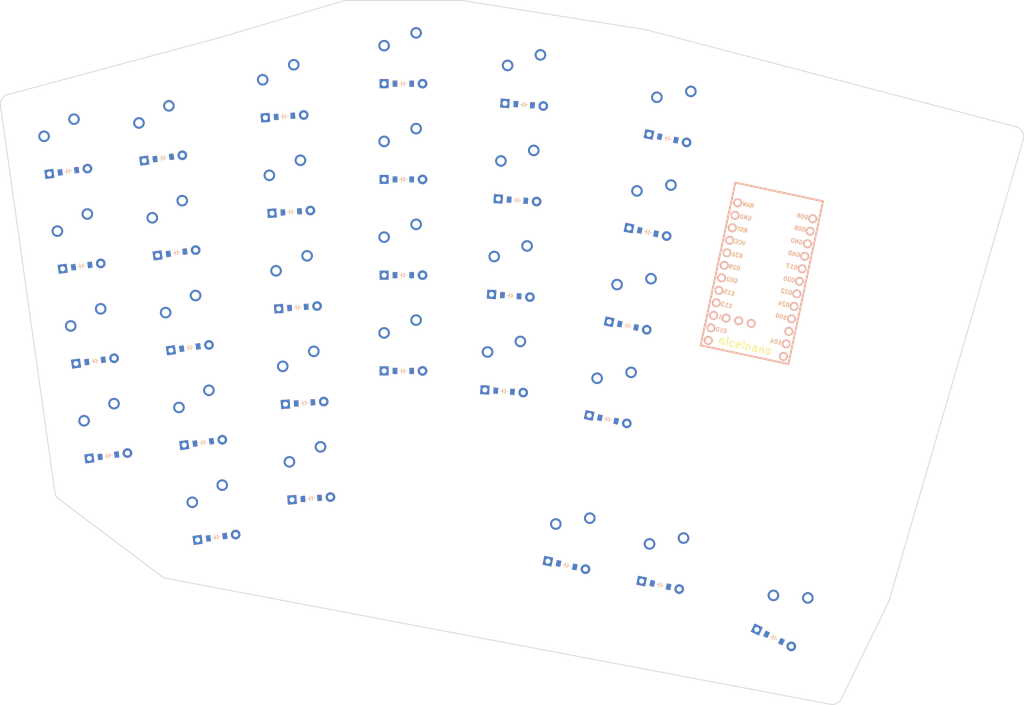
<source format=kicad_pcb>


(kicad_pcb (version 20171130) (host pcbnew 5.1.6)

  (page A3)
  (title_block
    (title "experiment")
    (rev "v1.0.0")
    (company "Unknown")
  )

  (general
    (thickness 1.6)
  )

  (layers
    (0 F.Cu signal)
    (31 B.Cu signal)
    (32 B.Adhes user)
    (33 F.Adhes user)
    (34 B.Paste user)
    (35 F.Paste user)
    (36 B.SilkS user)
    (37 F.SilkS user)
    (38 B.Mask user)
    (39 F.Mask user)
    (40 Dwgs.User user)
    (41 Cmts.User user)
    (42 Eco1.User user)
    (43 Eco2.User user)
    (44 Edge.Cuts user)
    (45 Margin user)
    (46 B.CrtYd user)
    (47 F.CrtYd user)
    (48 B.Fab user)
    (49 F.Fab user)
  )

  (setup
    (last_trace_width 0.25)
    (trace_clearance 0.2)
    (zone_clearance 0.508)
    (zone_45_only no)
    (trace_min 0.2)
    (via_size 0.8)
    (via_drill 0.4)
    (via_min_size 0.4)
    (via_min_drill 0.3)
    (uvia_size 0.3)
    (uvia_drill 0.1)
    (uvias_allowed no)
    (uvia_min_size 0.2)
    (uvia_min_drill 0.1)
    (edge_width 0.05)
    (segment_width 0.2)
    (pcb_text_width 0.3)
    (pcb_text_size 1.5 1.5)
    (mod_edge_width 0.12)
    (mod_text_size 1 1)
    (mod_text_width 0.15)
    (pad_size 1.524 1.524)
    (pad_drill 0.762)
    (pad_to_mask_clearance 0.05)
    (aux_axis_origin 0 0)
    (visible_elements FFFFFF7F)
    (pcbplotparams
      (layerselection 0x010fc_ffffffff)
      (usegerberextensions false)
      (usegerberattributes true)
      (usegerberadvancedattributes true)
      (creategerberjobfile true)
      (excludeedgelayer true)
      (linewidth 0.100000)
      (plotframeref false)
      (viasonmask false)
      (mode 1)
      (useauxorigin false)
      (hpglpennumber 1)
      (hpglpenspeed 20)
      (hpglpendiameter 15.000000)
      (psnegative false)
      (psa4output false)
      (plotreference true)
      (plotvalue true)
      (plotinvisibletext false)
      (padsonsilk false)
      (subtractmaskfromsilk false)
      (outputformat 1)
      (mirror false)
      (drillshape 1)
      (scaleselection 1)
      (outputdirectory ""))
  )

  (net 0 "")
(net 1 "P024")
(net 2 "pinkyfar_low")
(net 3 "pinkyfar_home")
(net 4 "pinkyfar_top")
(net 5 "pinkyfar_nums")
(net 6 "P100")
(net 7 "pinky_mod")
(net 8 "pinky_low")
(net 9 "pinky_home")
(net 10 "pinky_top")
(net 11 "pinky_nums")
(net 12 "P011")
(net 13 "ring_mod")
(net 14 "ring_low")
(net 15 "ring_home")
(net 16 "ring_top")
(net 17 "ring_nums")
(net 18 "P104")
(net 19 "middle_low")
(net 20 "middle_home")
(net 21 "middle_top")
(net 22 "middle_nums")
(net 23 "P106")
(net 24 "index_low")
(net 25 "index_home")
(net 26 "index_top")
(net 27 "index_nums")
(net 28 "P009")
(net 29 "indexfar_low")
(net 30 "indexfar_home")
(net 31 "indexfar_top")
(net 32 "indexfar_nums")
(net 33 "layer2_layerkey")
(net 34 "layer1_layerkey")
(net 35 "space_layerkey")
(net 36 "RAW")
(net 37 "GND")
(net 38 "RST")
(net 39 "VCC")
(net 40 "P031")
(net 41 "P029")
(net 42 "P002")
(net 43 "P115")
(net 44 "P113")
(net 45 "P111")
(net 46 "P010")
(net 47 "P006")
(net 48 "P008")
(net 49 "P017")
(net 50 "P020")
(net 51 "P022")
(net 52 "P101")
(net 53 "P102")
(net 54 "P107")

  (net_class Default "This is the default net class."
    (clearance 0.2)
    (trace_width 0.25)
    (via_dia 0.8)
    (via_drill 0.4)
    (uvia_dia 0.3)
    (uvia_drill 0.1)
    (add_net "")
(add_net "P024")
(add_net "pinkyfar_low")
(add_net "pinkyfar_home")
(add_net "pinkyfar_top")
(add_net "pinkyfar_nums")
(add_net "P100")
(add_net "pinky_mod")
(add_net "pinky_low")
(add_net "pinky_home")
(add_net "pinky_top")
(add_net "pinky_nums")
(add_net "P011")
(add_net "ring_mod")
(add_net "ring_low")
(add_net "ring_home")
(add_net "ring_top")
(add_net "ring_nums")
(add_net "P104")
(add_net "middle_low")
(add_net "middle_home")
(add_net "middle_top")
(add_net "middle_nums")
(add_net "P106")
(add_net "index_low")
(add_net "index_home")
(add_net "index_top")
(add_net "index_nums")
(add_net "P009")
(add_net "indexfar_low")
(add_net "indexfar_home")
(add_net "indexfar_top")
(add_net "indexfar_nums")
(add_net "layer2_layerkey")
(add_net "layer1_layerkey")
(add_net "space_layerkey")
(add_net "RAW")
(add_net "GND")
(add_net "RST")
(add_net "VCC")
(add_net "P031")
(add_net "P029")
(add_net "P002")
(add_net "P115")
(add_net "P113")
(add_net "P111")
(add_net "P010")
(add_net "P006")
(add_net "P008")
(add_net "P017")
(add_net "P020")
(add_net "P022")
(add_net "P101")
(add_net "P102")
(add_net "P107")
  )

  
        
      (module MX (layer F.Cu) (tedit 5DD4F656)
      (at -2.6442889 -18.8150933 8)

      
      (fp_text reference "S1" (at 0 0) (layer F.SilkS) hide (effects (font (size 1.27 1.27) (thickness 0.15))))
      (fp_text value "" (at 0 0) (layer F.SilkS) hide (effects (font (size 1.27 1.27) (thickness 0.15))))

      
      (fp_line (start -7 -6) (end -7 -7) (layer Dwgs.User) (width 0.15))
      (fp_line (start -7 7) (end -6 7) (layer Dwgs.User) (width 0.15))
      (fp_line (start -6 -7) (end -7 -7) (layer Dwgs.User) (width 0.15))
      (fp_line (start -7 7) (end -7 6) (layer Dwgs.User) (width 0.15))
      (fp_line (start 7 6) (end 7 7) (layer Dwgs.User) (width 0.15))
      (fp_line (start 7 -7) (end 6 -7) (layer Dwgs.User) (width 0.15))
      (fp_line (start 6 7) (end 7 7) (layer Dwgs.User) (width 0.15))
      (fp_line (start 7 -7) (end 7 -6) (layer Dwgs.User) (width 0.15))
    
      
      (pad "" np_thru_hole circle (at 0 0) (size 3.9878 3.9878) (drill 3.9878) (layers *.Cu *.Mask))

      
      (pad "" np_thru_hole circle (at 5.08 0) (size 1.7018 1.7018) (drill 1.7018) (layers *.Cu *.Mask))
      (pad "" np_thru_hole circle (at -5.08 0) (size 1.7018 1.7018) (drill 1.7018) (layers *.Cu *.Mask))
      
        
        
            
            (pad 1 thru_hole circle (at 2.54 -5.08) (size 2.286 2.286) (drill 1.4986) (layers *.Cu *.Mask) (net 1 "P024"))
            (pad 2 thru_hole circle (at -3.81 -2.54) (size 2.286 2.286) (drill 1.4986) (layers *.Cu *.Mask) (net 2 "pinkyfar_low"))
          )
        

        
      (module MX (layer F.Cu) (tedit 5DD4F656)
      (at -5.2885778 -37.6301866 8)

      
      (fp_text reference "S2" (at 0 0) (layer F.SilkS) hide (effects (font (size 1.27 1.27) (thickness 0.15))))
      (fp_text value "" (at 0 0) (layer F.SilkS) hide (effects (font (size 1.27 1.27) (thickness 0.15))))

      
      (fp_line (start -7 -6) (end -7 -7) (layer Dwgs.User) (width 0.15))
      (fp_line (start -7 7) (end -6 7) (layer Dwgs.User) (width 0.15))
      (fp_line (start -6 -7) (end -7 -7) (layer Dwgs.User) (width 0.15))
      (fp_line (start -7 7) (end -7 6) (layer Dwgs.User) (width 0.15))
      (fp_line (start 7 6) (end 7 7) (layer Dwgs.User) (width 0.15))
      (fp_line (start 7 -7) (end 6 -7) (layer Dwgs.User) (width 0.15))
      (fp_line (start 6 7) (end 7 7) (layer Dwgs.User) (width 0.15))
      (fp_line (start 7 -7) (end 7 -6) (layer Dwgs.User) (width 0.15))
    
      
      (pad "" np_thru_hole circle (at 0 0) (size 3.9878 3.9878) (drill 3.9878) (layers *.Cu *.Mask))

      
      (pad "" np_thru_hole circle (at 5.08 0) (size 1.7018 1.7018) (drill 1.7018) (layers *.Cu *.Mask))
      (pad "" np_thru_hole circle (at -5.08 0) (size 1.7018 1.7018) (drill 1.7018) (layers *.Cu *.Mask))
      
        
        
            
            (pad 1 thru_hole circle (at 2.54 -5.08) (size 2.286 2.286) (drill 1.4986) (layers *.Cu *.Mask) (net 1 "P024"))
            (pad 2 thru_hole circle (at -3.81 -2.54) (size 2.286 2.286) (drill 1.4986) (layers *.Cu *.Mask) (net 3 "pinkyfar_home"))
          )
        

        
      (module MX (layer F.Cu) (tedit 5DD4F656)
      (at -7.9328667 -56.4452799 8)

      
      (fp_text reference "S3" (at 0 0) (layer F.SilkS) hide (effects (font (size 1.27 1.27) (thickness 0.15))))
      (fp_text value "" (at 0 0) (layer F.SilkS) hide (effects (font (size 1.27 1.27) (thickness 0.15))))

      
      (fp_line (start -7 -6) (end -7 -7) (layer Dwgs.User) (width 0.15))
      (fp_line (start -7 7) (end -6 7) (layer Dwgs.User) (width 0.15))
      (fp_line (start -6 -7) (end -7 -7) (layer Dwgs.User) (width 0.15))
      (fp_line (start -7 7) (end -7 6) (layer Dwgs.User) (width 0.15))
      (fp_line (start 7 6) (end 7 7) (layer Dwgs.User) (width 0.15))
      (fp_line (start 7 -7) (end 6 -7) (layer Dwgs.User) (width 0.15))
      (fp_line (start 6 7) (end 7 7) (layer Dwgs.User) (width 0.15))
      (fp_line (start 7 -7) (end 7 -6) (layer Dwgs.User) (width 0.15))
    
      
      (pad "" np_thru_hole circle (at 0 0) (size 3.9878 3.9878) (drill 3.9878) (layers *.Cu *.Mask))

      
      (pad "" np_thru_hole circle (at 5.08 0) (size 1.7018 1.7018) (drill 1.7018) (layers *.Cu *.Mask))
      (pad "" np_thru_hole circle (at -5.08 0) (size 1.7018 1.7018) (drill 1.7018) (layers *.Cu *.Mask))
      
        
        
            
            (pad 1 thru_hole circle (at 2.54 -5.08) (size 2.286 2.286) (drill 1.4986) (layers *.Cu *.Mask) (net 1 "P024"))
            (pad 2 thru_hole circle (at -3.81 -2.54) (size 2.286 2.286) (drill 1.4986) (layers *.Cu *.Mask) (net 4 "pinkyfar_top"))
          )
        

        
      (module MX (layer F.Cu) (tedit 5DD4F656)
      (at -10.5771556 -75.2603732 8)

      
      (fp_text reference "S4" (at 0 0) (layer F.SilkS) hide (effects (font (size 1.27 1.27) (thickness 0.15))))
      (fp_text value "" (at 0 0) (layer F.SilkS) hide (effects (font (size 1.27 1.27) (thickness 0.15))))

      
      (fp_line (start -7 -6) (end -7 -7) (layer Dwgs.User) (width 0.15))
      (fp_line (start -7 7) (end -6 7) (layer Dwgs.User) (width 0.15))
      (fp_line (start -6 -7) (end -7 -7) (layer Dwgs.User) (width 0.15))
      (fp_line (start -7 7) (end -7 6) (layer Dwgs.User) (width 0.15))
      (fp_line (start 7 6) (end 7 7) (layer Dwgs.User) (width 0.15))
      (fp_line (start 7 -7) (end 6 -7) (layer Dwgs.User) (width 0.15))
      (fp_line (start 6 7) (end 7 7) (layer Dwgs.User) (width 0.15))
      (fp_line (start 7 -7) (end 7 -6) (layer Dwgs.User) (width 0.15))
    
      
      (pad "" np_thru_hole circle (at 0 0) (size 3.9878 3.9878) (drill 3.9878) (layers *.Cu *.Mask))

      
      (pad "" np_thru_hole circle (at 5.08 0) (size 1.7018 1.7018) (drill 1.7018) (layers *.Cu *.Mask))
      (pad "" np_thru_hole circle (at -5.08 0) (size 1.7018 1.7018) (drill 1.7018) (layers *.Cu *.Mask))
      
        
        
            
            (pad 1 thru_hole circle (at 2.54 -5.08) (size 2.286 2.286) (drill 1.4986) (layers *.Cu *.Mask) (net 1 "P024"))
            (pad 2 thru_hole circle (at -3.81 -2.54) (size 2.286 2.286) (drill 1.4986) (layers *.Cu *.Mask) (net 5 "pinkyfar_nums"))
          )
        

        
      (module MX (layer F.Cu) (tedit 5DD4F656)
      (at 18.8150933 -2.6442889 8)

      
      (fp_text reference "S5" (at 0 0) (layer F.SilkS) hide (effects (font (size 1.27 1.27) (thickness 0.15))))
      (fp_text value "" (at 0 0) (layer F.SilkS) hide (effects (font (size 1.27 1.27) (thickness 0.15))))

      
      (fp_line (start -7 -6) (end -7 -7) (layer Dwgs.User) (width 0.15))
      (fp_line (start -7 7) (end -6 7) (layer Dwgs.User) (width 0.15))
      (fp_line (start -6 -7) (end -7 -7) (layer Dwgs.User) (width 0.15))
      (fp_line (start -7 7) (end -7 6) (layer Dwgs.User) (width 0.15))
      (fp_line (start 7 6) (end 7 7) (layer Dwgs.User) (width 0.15))
      (fp_line (start 7 -7) (end 6 -7) (layer Dwgs.User) (width 0.15))
      (fp_line (start 6 7) (end 7 7) (layer Dwgs.User) (width 0.15))
      (fp_line (start 7 -7) (end 7 -6) (layer Dwgs.User) (width 0.15))
    
      
      (pad "" np_thru_hole circle (at 0 0) (size 3.9878 3.9878) (drill 3.9878) (layers *.Cu *.Mask))

      
      (pad "" np_thru_hole circle (at 5.08 0) (size 1.7018 1.7018) (drill 1.7018) (layers *.Cu *.Mask))
      (pad "" np_thru_hole circle (at -5.08 0) (size 1.7018 1.7018) (drill 1.7018) (layers *.Cu *.Mask))
      
        
        
            
            (pad 1 thru_hole circle (at 2.54 -5.08) (size 2.286 2.286) (drill 1.4986) (layers *.Cu *.Mask) (net 6 "P100"))
            (pad 2 thru_hole circle (at -3.81 -2.54) (size 2.286 2.286) (drill 1.4986) (layers *.Cu *.Mask) (net 7 "pinky_mod"))
          )
        

        
      (module MX (layer F.Cu) (tedit 5DD4F656)
      (at 16.1708044 -21.4593822 8)

      
      (fp_text reference "S6" (at 0 0) (layer F.SilkS) hide (effects (font (size 1.27 1.27) (thickness 0.15))))
      (fp_text value "" (at 0 0) (layer F.SilkS) hide (effects (font (size 1.27 1.27) (thickness 0.15))))

      
      (fp_line (start -7 -6) (end -7 -7) (layer Dwgs.User) (width 0.15))
      (fp_line (start -7 7) (end -6 7) (layer Dwgs.User) (width 0.15))
      (fp_line (start -6 -7) (end -7 -7) (layer Dwgs.User) (width 0.15))
      (fp_line (start -7 7) (end -7 6) (layer Dwgs.User) (width 0.15))
      (fp_line (start 7 6) (end 7 7) (layer Dwgs.User) (width 0.15))
      (fp_line (start 7 -7) (end 6 -7) (layer Dwgs.User) (width 0.15))
      (fp_line (start 6 7) (end 7 7) (layer Dwgs.User) (width 0.15))
      (fp_line (start 7 -7) (end 7 -6) (layer Dwgs.User) (width 0.15))
    
      
      (pad "" np_thru_hole circle (at 0 0) (size 3.9878 3.9878) (drill 3.9878) (layers *.Cu *.Mask))

      
      (pad "" np_thru_hole circle (at 5.08 0) (size 1.7018 1.7018) (drill 1.7018) (layers *.Cu *.Mask))
      (pad "" np_thru_hole circle (at -5.08 0) (size 1.7018 1.7018) (drill 1.7018) (layers *.Cu *.Mask))
      
        
        
            
            (pad 1 thru_hole circle (at 2.54 -5.08) (size 2.286 2.286) (drill 1.4986) (layers *.Cu *.Mask) (net 6 "P100"))
            (pad 2 thru_hole circle (at -3.81 -2.54) (size 2.286 2.286) (drill 1.4986) (layers *.Cu *.Mask) (net 8 "pinky_low"))
          )
        

        
      (module MX (layer F.Cu) (tedit 5DD4F656)
      (at 13.526515500000002 -40.2744755 8)

      
      (fp_text reference "S7" (at 0 0) (layer F.SilkS) hide (effects (font (size 1.27 1.27) (thickness 0.15))))
      (fp_text value "" (at 0 0) (layer F.SilkS) hide (effects (font (size 1.27 1.27) (thickness 0.15))))

      
      (fp_line (start -7 -6) (end -7 -7) (layer Dwgs.User) (width 0.15))
      (fp_line (start -7 7) (end -6 7) (layer Dwgs.User) (width 0.15))
      (fp_line (start -6 -7) (end -7 -7) (layer Dwgs.User) (width 0.15))
      (fp_line (start -7 7) (end -7 6) (layer Dwgs.User) (width 0.15))
      (fp_line (start 7 6) (end 7 7) (layer Dwgs.User) (width 0.15))
      (fp_line (start 7 -7) (end 6 -7) (layer Dwgs.User) (width 0.15))
      (fp_line (start 6 7) (end 7 7) (layer Dwgs.User) (width 0.15))
      (fp_line (start 7 -7) (end 7 -6) (layer Dwgs.User) (width 0.15))
    
      
      (pad "" np_thru_hole circle (at 0 0) (size 3.9878 3.9878) (drill 3.9878) (layers *.Cu *.Mask))

      
      (pad "" np_thru_hole circle (at 5.08 0) (size 1.7018 1.7018) (drill 1.7018) (layers *.Cu *.Mask))
      (pad "" np_thru_hole circle (at -5.08 0) (size 1.7018 1.7018) (drill 1.7018) (layers *.Cu *.Mask))
      
        
        
            
            (pad 1 thru_hole circle (at 2.54 -5.08) (size 2.286 2.286) (drill 1.4986) (layers *.Cu *.Mask) (net 6 "P100"))
            (pad 2 thru_hole circle (at -3.81 -2.54) (size 2.286 2.286) (drill 1.4986) (layers *.Cu *.Mask) (net 9 "pinky_home"))
          )
        

        
      (module MX (layer F.Cu) (tedit 5DD4F656)
      (at 10.882226600000003 -59.0895688 8)

      
      (fp_text reference "S8" (at 0 0) (layer F.SilkS) hide (effects (font (size 1.27 1.27) (thickness 0.15))))
      (fp_text value "" (at 0 0) (layer F.SilkS) hide (effects (font (size 1.27 1.27) (thickness 0.15))))

      
      (fp_line (start -7 -6) (end -7 -7) (layer Dwgs.User) (width 0.15))
      (fp_line (start -7 7) (end -6 7) (layer Dwgs.User) (width 0.15))
      (fp_line (start -6 -7) (end -7 -7) (layer Dwgs.User) (width 0.15))
      (fp_line (start -7 7) (end -7 6) (layer Dwgs.User) (width 0.15))
      (fp_line (start 7 6) (end 7 7) (layer Dwgs.User) (width 0.15))
      (fp_line (start 7 -7) (end 6 -7) (layer Dwgs.User) (width 0.15))
      (fp_line (start 6 7) (end 7 7) (layer Dwgs.User) (width 0.15))
      (fp_line (start 7 -7) (end 7 -6) (layer Dwgs.User) (width 0.15))
    
      
      (pad "" np_thru_hole circle (at 0 0) (size 3.9878 3.9878) (drill 3.9878) (layers *.Cu *.Mask))

      
      (pad "" np_thru_hole circle (at 5.08 0) (size 1.7018 1.7018) (drill 1.7018) (layers *.Cu *.Mask))
      (pad "" np_thru_hole circle (at -5.08 0) (size 1.7018 1.7018) (drill 1.7018) (layers *.Cu *.Mask))
      
        
        
            
            (pad 1 thru_hole circle (at 2.54 -5.08) (size 2.286 2.286) (drill 1.4986) (layers *.Cu *.Mask) (net 6 "P100"))
            (pad 2 thru_hole circle (at -3.81 -2.54) (size 2.286 2.286) (drill 1.4986) (layers *.Cu *.Mask) (net 10 "pinky_top"))
          )
        

        
      (module MX (layer F.Cu) (tedit 5DD4F656)
      (at 8.237937700000003 -77.9046621 8)

      
      (fp_text reference "S9" (at 0 0) (layer F.SilkS) hide (effects (font (size 1.27 1.27) (thickness 0.15))))
      (fp_text value "" (at 0 0) (layer F.SilkS) hide (effects (font (size 1.27 1.27) (thickness 0.15))))

      
      (fp_line (start -7 -6) (end -7 -7) (layer Dwgs.User) (width 0.15))
      (fp_line (start -7 7) (end -6 7) (layer Dwgs.User) (width 0.15))
      (fp_line (start -6 -7) (end -7 -7) (layer Dwgs.User) (width 0.15))
      (fp_line (start -7 7) (end -7 6) (layer Dwgs.User) (width 0.15))
      (fp_line (start 7 6) (end 7 7) (layer Dwgs.User) (width 0.15))
      (fp_line (start 7 -7) (end 6 -7) (layer Dwgs.User) (width 0.15))
      (fp_line (start 6 7) (end 7 7) (layer Dwgs.User) (width 0.15))
      (fp_line (start 7 -7) (end 7 -6) (layer Dwgs.User) (width 0.15))
    
      
      (pad "" np_thru_hole circle (at 0 0) (size 3.9878 3.9878) (drill 3.9878) (layers *.Cu *.Mask))

      
      (pad "" np_thru_hole circle (at 5.08 0) (size 1.7018 1.7018) (drill 1.7018) (layers *.Cu *.Mask))
      (pad "" np_thru_hole circle (at -5.08 0) (size 1.7018 1.7018) (drill 1.7018) (layers *.Cu *.Mask))
      
        
        
            
            (pad 1 thru_hole circle (at 2.54 -5.08) (size 2.286 2.286) (drill 1.4986) (layers *.Cu *.Mask) (net 6 "P100"))
            (pad 2 thru_hole circle (at -3.81 -2.54) (size 2.286 2.286) (drill 1.4986) (layers *.Cu *.Mask) (net 11 "pinky_nums"))
          )
        

        
      (module MX (layer F.Cu) (tedit 5DD4F656)
      (at 37.9270648 -10.3794392 4)

      
      (fp_text reference "S10" (at 0 0) (layer F.SilkS) hide (effects (font (size 1.27 1.27) (thickness 0.15))))
      (fp_text value "" (at 0 0) (layer F.SilkS) hide (effects (font (size 1.27 1.27) (thickness 0.15))))

      
      (fp_line (start -7 -6) (end -7 -7) (layer Dwgs.User) (width 0.15))
      (fp_line (start -7 7) (end -6 7) (layer Dwgs.User) (width 0.15))
      (fp_line (start -6 -7) (end -7 -7) (layer Dwgs.User) (width 0.15))
      (fp_line (start -7 7) (end -7 6) (layer Dwgs.User) (width 0.15))
      (fp_line (start 7 6) (end 7 7) (layer Dwgs.User) (width 0.15))
      (fp_line (start 7 -7) (end 6 -7) (layer Dwgs.User) (width 0.15))
      (fp_line (start 6 7) (end 7 7) (layer Dwgs.User) (width 0.15))
      (fp_line (start 7 -7) (end 7 -6) (layer Dwgs.User) (width 0.15))
    
      
      (pad "" np_thru_hole circle (at 0 0) (size 3.9878 3.9878) (drill 3.9878) (layers *.Cu *.Mask))

      
      (pad "" np_thru_hole circle (at 5.08 0) (size 1.7018 1.7018) (drill 1.7018) (layers *.Cu *.Mask))
      (pad "" np_thru_hole circle (at -5.08 0) (size 1.7018 1.7018) (drill 1.7018) (layers *.Cu *.Mask))
      
        
        
            
            (pad 1 thru_hole circle (at 2.54 -5.08) (size 2.286 2.286) (drill 1.4986) (layers *.Cu *.Mask) (net 12 "P011"))
            (pad 2 thru_hole circle (at -3.81 -2.54) (size 2.286 2.286) (drill 1.4986) (layers *.Cu *.Mask) (net 13 "ring_mod"))
          )
        

        
      (module MX (layer F.Cu) (tedit 5DD4F656)
      (at 36.6016918 -29.3331562 4)

      
      (fp_text reference "S11" (at 0 0) (layer F.SilkS) hide (effects (font (size 1.27 1.27) (thickness 0.15))))
      (fp_text value "" (at 0 0) (layer F.SilkS) hide (effects (font (size 1.27 1.27) (thickness 0.15))))

      
      (fp_line (start -7 -6) (end -7 -7) (layer Dwgs.User) (width 0.15))
      (fp_line (start -7 7) (end -6 7) (layer Dwgs.User) (width 0.15))
      (fp_line (start -6 -7) (end -7 -7) (layer Dwgs.User) (width 0.15))
      (fp_line (start -7 7) (end -7 6) (layer Dwgs.User) (width 0.15))
      (fp_line (start 7 6) (end 7 7) (layer Dwgs.User) (width 0.15))
      (fp_line (start 7 -7) (end 6 -7) (layer Dwgs.User) (width 0.15))
      (fp_line (start 6 7) (end 7 7) (layer Dwgs.User) (width 0.15))
      (fp_line (start 7 -7) (end 7 -6) (layer Dwgs.User) (width 0.15))
    
      
      (pad "" np_thru_hole circle (at 0 0) (size 3.9878 3.9878) (drill 3.9878) (layers *.Cu *.Mask))

      
      (pad "" np_thru_hole circle (at 5.08 0) (size 1.7018 1.7018) (drill 1.7018) (layers *.Cu *.Mask))
      (pad "" np_thru_hole circle (at -5.08 0) (size 1.7018 1.7018) (drill 1.7018) (layers *.Cu *.Mask))
      
        
        
            
            (pad 1 thru_hole circle (at 2.54 -5.08) (size 2.286 2.286) (drill 1.4986) (layers *.Cu *.Mask) (net 12 "P011"))
            (pad 2 thru_hole circle (at -3.81 -2.54) (size 2.286 2.286) (drill 1.4986) (layers *.Cu *.Mask) (net 14 "ring_low"))
          )
        

        
      (module MX (layer F.Cu) (tedit 5DD4F656)
      (at 35.2763188 -48.2868732 4)

      
      (fp_text reference "S12" (at 0 0) (layer F.SilkS) hide (effects (font (size 1.27 1.27) (thickness 0.15))))
      (fp_text value "" (at 0 0) (layer F.SilkS) hide (effects (font (size 1.27 1.27) (thickness 0.15))))

      
      (fp_line (start -7 -6) (end -7 -7) (layer Dwgs.User) (width 0.15))
      (fp_line (start -7 7) (end -6 7) (layer Dwgs.User) (width 0.15))
      (fp_line (start -6 -7) (end -7 -7) (layer Dwgs.User) (width 0.15))
      (fp_line (start -7 7) (end -7 6) (layer Dwgs.User) (width 0.15))
      (fp_line (start 7 6) (end 7 7) (layer Dwgs.User) (width 0.15))
      (fp_line (start 7 -7) (end 6 -7) (layer Dwgs.User) (width 0.15))
      (fp_line (start 6 7) (end 7 7) (layer Dwgs.User) (width 0.15))
      (fp_line (start 7 -7) (end 7 -6) (layer Dwgs.User) (width 0.15))
    
      
      (pad "" np_thru_hole circle (at 0 0) (size 3.9878 3.9878) (drill 3.9878) (layers *.Cu *.Mask))

      
      (pad "" np_thru_hole circle (at 5.08 0) (size 1.7018 1.7018) (drill 1.7018) (layers *.Cu *.Mask))
      (pad "" np_thru_hole circle (at -5.08 0) (size 1.7018 1.7018) (drill 1.7018) (layers *.Cu *.Mask))
      
        
        
            
            (pad 1 thru_hole circle (at 2.54 -5.08) (size 2.286 2.286) (drill 1.4986) (layers *.Cu *.Mask) (net 12 "P011"))
            (pad 2 thru_hole circle (at -3.81 -2.54) (size 2.286 2.286) (drill 1.4986) (layers *.Cu *.Mask) (net 15 "ring_home"))
          )
        

        
      (module MX (layer F.Cu) (tedit 5DD4F656)
      (at 33.9509458 -67.2405902 4)

      
      (fp_text reference "S13" (at 0 0) (layer F.SilkS) hide (effects (font (size 1.27 1.27) (thickness 0.15))))
      (fp_text value "" (at 0 0) (layer F.SilkS) hide (effects (font (size 1.27 1.27) (thickness 0.15))))

      
      (fp_line (start -7 -6) (end -7 -7) (layer Dwgs.User) (width 0.15))
      (fp_line (start -7 7) (end -6 7) (layer Dwgs.User) (width 0.15))
      (fp_line (start -6 -7) (end -7 -7) (layer Dwgs.User) (width 0.15))
      (fp_line (start -7 7) (end -7 6) (layer Dwgs.User) (width 0.15))
      (fp_line (start 7 6) (end 7 7) (layer Dwgs.User) (width 0.15))
      (fp_line (start 7 -7) (end 6 -7) (layer Dwgs.User) (width 0.15))
      (fp_line (start 6 7) (end 7 7) (layer Dwgs.User) (width 0.15))
      (fp_line (start 7 -7) (end 7 -6) (layer Dwgs.User) (width 0.15))
    
      
      (pad "" np_thru_hole circle (at 0 0) (size 3.9878 3.9878) (drill 3.9878) (layers *.Cu *.Mask))

      
      (pad "" np_thru_hole circle (at 5.08 0) (size 1.7018 1.7018) (drill 1.7018) (layers *.Cu *.Mask))
      (pad "" np_thru_hole circle (at -5.08 0) (size 1.7018 1.7018) (drill 1.7018) (layers *.Cu *.Mask))
      
        
        
            
            (pad 1 thru_hole circle (at 2.54 -5.08) (size 2.286 2.286) (drill 1.4986) (layers *.Cu *.Mask) (net 12 "P011"))
            (pad 2 thru_hole circle (at -3.81 -2.54) (size 2.286 2.286) (drill 1.4986) (layers *.Cu *.Mask) (net 16 "ring_top"))
          )
        

        
      (module MX (layer F.Cu) (tedit 5DD4F656)
      (at 32.6255728 -86.1943072 4)

      
      (fp_text reference "S14" (at 0 0) (layer F.SilkS) hide (effects (font (size 1.27 1.27) (thickness 0.15))))
      (fp_text value "" (at 0 0) (layer F.SilkS) hide (effects (font (size 1.27 1.27) (thickness 0.15))))

      
      (fp_line (start -7 -6) (end -7 -7) (layer Dwgs.User) (width 0.15))
      (fp_line (start -7 7) (end -6 7) (layer Dwgs.User) (width 0.15))
      (fp_line (start -6 -7) (end -7 -7) (layer Dwgs.User) (width 0.15))
      (fp_line (start -7 7) (end -7 6) (layer Dwgs.User) (width 0.15))
      (fp_line (start 7 6) (end 7 7) (layer Dwgs.User) (width 0.15))
      (fp_line (start 7 -7) (end 6 -7) (layer Dwgs.User) (width 0.15))
      (fp_line (start 6 7) (end 7 7) (layer Dwgs.User) (width 0.15))
      (fp_line (start 7 -7) (end 7 -6) (layer Dwgs.User) (width 0.15))
    
      
      (pad "" np_thru_hole circle (at 0 0) (size 3.9878 3.9878) (drill 3.9878) (layers *.Cu *.Mask))

      
      (pad "" np_thru_hole circle (at 5.08 0) (size 1.7018 1.7018) (drill 1.7018) (layers *.Cu *.Mask))
      (pad "" np_thru_hole circle (at -5.08 0) (size 1.7018 1.7018) (drill 1.7018) (layers *.Cu *.Mask))
      
        
        
            
            (pad 1 thru_hole circle (at 2.54 -5.08) (size 2.286 2.286) (drill 1.4986) (layers *.Cu *.Mask) (net 12 "P011"))
            (pad 2 thru_hole circle (at -3.81 -2.54) (size 2.286 2.286) (drill 1.4986) (layers *.Cu *.Mask) (net 17 "ring_nums"))
          )
        

        
      (module MX (layer F.Cu) (tedit 5DD4F656)
      (at 56.5319994 -35.6926325 0)

      
      (fp_text reference "S15" (at 0 0) (layer F.SilkS) hide (effects (font (size 1.27 1.27) (thickness 0.15))))
      (fp_text value "" (at 0 0) (layer F.SilkS) hide (effects (font (size 1.27 1.27) (thickness 0.15))))

      
      (fp_line (start -7 -6) (end -7 -7) (layer Dwgs.User) (width 0.15))
      (fp_line (start -7 7) (end -6 7) (layer Dwgs.User) (width 0.15))
      (fp_line (start -6 -7) (end -7 -7) (layer Dwgs.User) (width 0.15))
      (fp_line (start -7 7) (end -7 6) (layer Dwgs.User) (width 0.15))
      (fp_line (start 7 6) (end 7 7) (layer Dwgs.User) (width 0.15))
      (fp_line (start 7 -7) (end 6 -7) (layer Dwgs.User) (width 0.15))
      (fp_line (start 6 7) (end 7 7) (layer Dwgs.User) (width 0.15))
      (fp_line (start 7 -7) (end 7 -6) (layer Dwgs.User) (width 0.15))
    
      
      (pad "" np_thru_hole circle (at 0 0) (size 3.9878 3.9878) (drill 3.9878) (layers *.Cu *.Mask))

      
      (pad "" np_thru_hole circle (at 5.08 0) (size 1.7018 1.7018) (drill 1.7018) (layers *.Cu *.Mask))
      (pad "" np_thru_hole circle (at -5.08 0) (size 1.7018 1.7018) (drill 1.7018) (layers *.Cu *.Mask))
      
        
        
            
            (pad 1 thru_hole circle (at 2.54 -5.08) (size 2.286 2.286) (drill 1.4986) (layers *.Cu *.Mask) (net 18 "P104"))
            (pad 2 thru_hole circle (at -3.81 -2.54) (size 2.286 2.286) (drill 1.4986) (layers *.Cu *.Mask) (net 19 "middle_low"))
          )
        

        
      (module MX (layer F.Cu) (tedit 5DD4F656)
      (at 56.5319994 -54.6926325 0)

      
      (fp_text reference "S16" (at 0 0) (layer F.SilkS) hide (effects (font (size 1.27 1.27) (thickness 0.15))))
      (fp_text value "" (at 0 0) (layer F.SilkS) hide (effects (font (size 1.27 1.27) (thickness 0.15))))

      
      (fp_line (start -7 -6) (end -7 -7) (layer Dwgs.User) (width 0.15))
      (fp_line (start -7 7) (end -6 7) (layer Dwgs.User) (width 0.15))
      (fp_line (start -6 -7) (end -7 -7) (layer Dwgs.User) (width 0.15))
      (fp_line (start -7 7) (end -7 6) (layer Dwgs.User) (width 0.15))
      (fp_line (start 7 6) (end 7 7) (layer Dwgs.User) (width 0.15))
      (fp_line (start 7 -7) (end 6 -7) (layer Dwgs.User) (width 0.15))
      (fp_line (start 6 7) (end 7 7) (layer Dwgs.User) (width 0.15))
      (fp_line (start 7 -7) (end 7 -6) (layer Dwgs.User) (width 0.15))
    
      
      (pad "" np_thru_hole circle (at 0 0) (size 3.9878 3.9878) (drill 3.9878) (layers *.Cu *.Mask))

      
      (pad "" np_thru_hole circle (at 5.08 0) (size 1.7018 1.7018) (drill 1.7018) (layers *.Cu *.Mask))
      (pad "" np_thru_hole circle (at -5.08 0) (size 1.7018 1.7018) (drill 1.7018) (layers *.Cu *.Mask))
      
        
        
            
            (pad 1 thru_hole circle (at 2.54 -5.08) (size 2.286 2.286) (drill 1.4986) (layers *.Cu *.Mask) (net 18 "P104"))
            (pad 2 thru_hole circle (at -3.81 -2.54) (size 2.286 2.286) (drill 1.4986) (layers *.Cu *.Mask) (net 20 "middle_home"))
          )
        

        
      (module MX (layer F.Cu) (tedit 5DD4F656)
      (at 56.5319994 -73.6926325 0)

      
      (fp_text reference "S17" (at 0 0) (layer F.SilkS) hide (effects (font (size 1.27 1.27) (thickness 0.15))))
      (fp_text value "" (at 0 0) (layer F.SilkS) hide (effects (font (size 1.27 1.27) (thickness 0.15))))

      
      (fp_line (start -7 -6) (end -7 -7) (layer Dwgs.User) (width 0.15))
      (fp_line (start -7 7) (end -6 7) (layer Dwgs.User) (width 0.15))
      (fp_line (start -6 -7) (end -7 -7) (layer Dwgs.User) (width 0.15))
      (fp_line (start -7 7) (end -7 6) (layer Dwgs.User) (width 0.15))
      (fp_line (start 7 6) (end 7 7) (layer Dwgs.User) (width 0.15))
      (fp_line (start 7 -7) (end 6 -7) (layer Dwgs.User) (width 0.15))
      (fp_line (start 6 7) (end 7 7) (layer Dwgs.User) (width 0.15))
      (fp_line (start 7 -7) (end 7 -6) (layer Dwgs.User) (width 0.15))
    
      
      (pad "" np_thru_hole circle (at 0 0) (size 3.9878 3.9878) (drill 3.9878) (layers *.Cu *.Mask))

      
      (pad "" np_thru_hole circle (at 5.08 0) (size 1.7018 1.7018) (drill 1.7018) (layers *.Cu *.Mask))
      (pad "" np_thru_hole circle (at -5.08 0) (size 1.7018 1.7018) (drill 1.7018) (layers *.Cu *.Mask))
      
        
        
            
            (pad 1 thru_hole circle (at 2.54 -5.08) (size 2.286 2.286) (drill 1.4986) (layers *.Cu *.Mask) (net 18 "P104"))
            (pad 2 thru_hole circle (at -3.81 -2.54) (size 2.286 2.286) (drill 1.4986) (layers *.Cu *.Mask) (net 21 "middle_top"))
          )
        

        
      (module MX (layer F.Cu) (tedit 5DD4F656)
      (at 56.5319994 -92.6926325 0)

      
      (fp_text reference "S18" (at 0 0) (layer F.SilkS) hide (effects (font (size 1.27 1.27) (thickness 0.15))))
      (fp_text value "" (at 0 0) (layer F.SilkS) hide (effects (font (size 1.27 1.27) (thickness 0.15))))

      
      (fp_line (start -7 -6) (end -7 -7) (layer Dwgs.User) (width 0.15))
      (fp_line (start -7 7) (end -6 7) (layer Dwgs.User) (width 0.15))
      (fp_line (start -6 -7) (end -7 -7) (layer Dwgs.User) (width 0.15))
      (fp_line (start -7 7) (end -7 6) (layer Dwgs.User) (width 0.15))
      (fp_line (start 7 6) (end 7 7) (layer Dwgs.User) (width 0.15))
      (fp_line (start 7 -7) (end 6 -7) (layer Dwgs.User) (width 0.15))
      (fp_line (start 6 7) (end 7 7) (layer Dwgs.User) (width 0.15))
      (fp_line (start 7 -7) (end 7 -6) (layer Dwgs.User) (width 0.15))
    
      
      (pad "" np_thru_hole circle (at 0 0) (size 3.9878 3.9878) (drill 3.9878) (layers *.Cu *.Mask))

      
      (pad "" np_thru_hole circle (at 5.08 0) (size 1.7018 1.7018) (drill 1.7018) (layers *.Cu *.Mask))
      (pad "" np_thru_hole circle (at -5.08 0) (size 1.7018 1.7018) (drill 1.7018) (layers *.Cu *.Mask))
      
        
        
            
            (pad 1 thru_hole circle (at 2.54 -5.08) (size 2.286 2.286) (drill 1.4986) (layers *.Cu *.Mask) (net 18 "P104"))
            (pad 2 thru_hole circle (at -3.81 -2.54) (size 2.286 2.286) (drill 1.4986) (layers *.Cu *.Mask) (net 22 "middle_nums"))
          )
        

        
      (module MX (layer F.Cu) (tedit 5DD4F656)
      (at 76.85737239999999 -31.646349400000002 -4)

      
      (fp_text reference "S19" (at 0 0) (layer F.SilkS) hide (effects (font (size 1.27 1.27) (thickness 0.15))))
      (fp_text value "" (at 0 0) (layer F.SilkS) hide (effects (font (size 1.27 1.27) (thickness 0.15))))

      
      (fp_line (start -7 -6) (end -7 -7) (layer Dwgs.User) (width 0.15))
      (fp_line (start -7 7) (end -6 7) (layer Dwgs.User) (width 0.15))
      (fp_line (start -6 -7) (end -7 -7) (layer Dwgs.User) (width 0.15))
      (fp_line (start -7 7) (end -7 6) (layer Dwgs.User) (width 0.15))
      (fp_line (start 7 6) (end 7 7) (layer Dwgs.User) (width 0.15))
      (fp_line (start 7 -7) (end 6 -7) (layer Dwgs.User) (width 0.15))
      (fp_line (start 6 7) (end 7 7) (layer Dwgs.User) (width 0.15))
      (fp_line (start 7 -7) (end 7 -6) (layer Dwgs.User) (width 0.15))
    
      
      (pad "" np_thru_hole circle (at 0 0) (size 3.9878 3.9878) (drill 3.9878) (layers *.Cu *.Mask))

      
      (pad "" np_thru_hole circle (at 5.08 0) (size 1.7018 1.7018) (drill 1.7018) (layers *.Cu *.Mask))
      (pad "" np_thru_hole circle (at -5.08 0) (size 1.7018 1.7018) (drill 1.7018) (layers *.Cu *.Mask))
      
        
        
            
            (pad 1 thru_hole circle (at 2.54 -5.08) (size 2.286 2.286) (drill 1.4986) (layers *.Cu *.Mask) (net 23 "P106"))
            (pad 2 thru_hole circle (at -3.81 -2.54) (size 2.286 2.286) (drill 1.4986) (layers *.Cu *.Mask) (net 24 "index_low"))
          )
        

        
      (module MX (layer F.Cu) (tedit 5DD4F656)
      (at 78.18274539999999 -50.6000664 -4)

      
      (fp_text reference "S20" (at 0 0) (layer F.SilkS) hide (effects (font (size 1.27 1.27) (thickness 0.15))))
      (fp_text value "" (at 0 0) (layer F.SilkS) hide (effects (font (size 1.27 1.27) (thickness 0.15))))

      
      (fp_line (start -7 -6) (end -7 -7) (layer Dwgs.User) (width 0.15))
      (fp_line (start -7 7) (end -6 7) (layer Dwgs.User) (width 0.15))
      (fp_line (start -6 -7) (end -7 -7) (layer Dwgs.User) (width 0.15))
      (fp_line (start -7 7) (end -7 6) (layer Dwgs.User) (width 0.15))
      (fp_line (start 7 6) (end 7 7) (layer Dwgs.User) (width 0.15))
      (fp_line (start 7 -7) (end 6 -7) (layer Dwgs.User) (width 0.15))
      (fp_line (start 6 7) (end 7 7) (layer Dwgs.User) (width 0.15))
      (fp_line (start 7 -7) (end 7 -6) (layer Dwgs.User) (width 0.15))
    
      
      (pad "" np_thru_hole circle (at 0 0) (size 3.9878 3.9878) (drill 3.9878) (layers *.Cu *.Mask))

      
      (pad "" np_thru_hole circle (at 5.08 0) (size 1.7018 1.7018) (drill 1.7018) (layers *.Cu *.Mask))
      (pad "" np_thru_hole circle (at -5.08 0) (size 1.7018 1.7018) (drill 1.7018) (layers *.Cu *.Mask))
      
        
        
            
            (pad 1 thru_hole circle (at 2.54 -5.08) (size 2.286 2.286) (drill 1.4986) (layers *.Cu *.Mask) (net 23 "P106"))
            (pad 2 thru_hole circle (at -3.81 -2.54) (size 2.286 2.286) (drill 1.4986) (layers *.Cu *.Mask) (net 25 "index_home"))
          )
        

        
      (module MX (layer F.Cu) (tedit 5DD4F656)
      (at 79.50811839999999 -69.5537834 -4)

      
      (fp_text reference "S21" (at 0 0) (layer F.SilkS) hide (effects (font (size 1.27 1.27) (thickness 0.15))))
      (fp_text value "" (at 0 0) (layer F.SilkS) hide (effects (font (size 1.27 1.27) (thickness 0.15))))

      
      (fp_line (start -7 -6) (end -7 -7) (layer Dwgs.User) (width 0.15))
      (fp_line (start -7 7) (end -6 7) (layer Dwgs.User) (width 0.15))
      (fp_line (start -6 -7) (end -7 -7) (layer Dwgs.User) (width 0.15))
      (fp_line (start -7 7) (end -7 6) (layer Dwgs.User) (width 0.15))
      (fp_line (start 7 6) (end 7 7) (layer Dwgs.User) (width 0.15))
      (fp_line (start 7 -7) (end 6 -7) (layer Dwgs.User) (width 0.15))
      (fp_line (start 6 7) (end 7 7) (layer Dwgs.User) (width 0.15))
      (fp_line (start 7 -7) (end 7 -6) (layer Dwgs.User) (width 0.15))
    
      
      (pad "" np_thru_hole circle (at 0 0) (size 3.9878 3.9878) (drill 3.9878) (layers *.Cu *.Mask))

      
      (pad "" np_thru_hole circle (at 5.08 0) (size 1.7018 1.7018) (drill 1.7018) (layers *.Cu *.Mask))
      (pad "" np_thru_hole circle (at -5.08 0) (size 1.7018 1.7018) (drill 1.7018) (layers *.Cu *.Mask))
      
        
        
            
            (pad 1 thru_hole circle (at 2.54 -5.08) (size 2.286 2.286) (drill 1.4986) (layers *.Cu *.Mask) (net 23 "P106"))
            (pad 2 thru_hole circle (at -3.81 -2.54) (size 2.286 2.286) (drill 1.4986) (layers *.Cu *.Mask) (net 26 "index_top"))
          )
        

        
      (module MX (layer F.Cu) (tedit 5DD4F656)
      (at 80.83349139999999 -88.5075004 -4)

      
      (fp_text reference "S22" (at 0 0) (layer F.SilkS) hide (effects (font (size 1.27 1.27) (thickness 0.15))))
      (fp_text value "" (at 0 0) (layer F.SilkS) hide (effects (font (size 1.27 1.27) (thickness 0.15))))

      
      (fp_line (start -7 -6) (end -7 -7) (layer Dwgs.User) (width 0.15))
      (fp_line (start -7 7) (end -6 7) (layer Dwgs.User) (width 0.15))
      (fp_line (start -6 -7) (end -7 -7) (layer Dwgs.User) (width 0.15))
      (fp_line (start -7 7) (end -7 6) (layer Dwgs.User) (width 0.15))
      (fp_line (start 7 6) (end 7 7) (layer Dwgs.User) (width 0.15))
      (fp_line (start 7 -7) (end 6 -7) (layer Dwgs.User) (width 0.15))
      (fp_line (start 6 7) (end 7 7) (layer Dwgs.User) (width 0.15))
      (fp_line (start 7 -7) (end 7 -6) (layer Dwgs.User) (width 0.15))
    
      
      (pad "" np_thru_hole circle (at 0 0) (size 3.9878 3.9878) (drill 3.9878) (layers *.Cu *.Mask))

      
      (pad "" np_thru_hole circle (at 5.08 0) (size 1.7018 1.7018) (drill 1.7018) (layers *.Cu *.Mask))
      (pad "" np_thru_hole circle (at -5.08 0) (size 1.7018 1.7018) (drill 1.7018) (layers *.Cu *.Mask))
      
        
        
            
            (pad 1 thru_hole circle (at 2.54 -5.08) (size 2.286 2.286) (drill 1.4986) (layers *.Cu *.Mask) (net 23 "P106"))
            (pad 2 thru_hole circle (at -3.81 -2.54) (size 2.286 2.286) (drill 1.4986) (layers *.Cu *.Mask) (net 27 "index_nums"))
          )
        

        
      (module MX (layer F.Cu) (tedit 5DD4F656)
      (at 98.15701269999998 -25.9618077 -12)

      
      (fp_text reference "S23" (at 0 0) (layer F.SilkS) hide (effects (font (size 1.27 1.27) (thickness 0.15))))
      (fp_text value "" (at 0 0) (layer F.SilkS) hide (effects (font (size 1.27 1.27) (thickness 0.15))))

      
      (fp_line (start -7 -6) (end -7 -7) (layer Dwgs.User) (width 0.15))
      (fp_line (start -7 7) (end -6 7) (layer Dwgs.User) (width 0.15))
      (fp_line (start -6 -7) (end -7 -7) (layer Dwgs.User) (width 0.15))
      (fp_line (start -7 7) (end -7 6) (layer Dwgs.User) (width 0.15))
      (fp_line (start 7 6) (end 7 7) (layer Dwgs.User) (width 0.15))
      (fp_line (start 7 -7) (end 6 -7) (layer Dwgs.User) (width 0.15))
      (fp_line (start 6 7) (end 7 7) (layer Dwgs.User) (width 0.15))
      (fp_line (start 7 -7) (end 7 -6) (layer Dwgs.User) (width 0.15))
    
      
      (pad "" np_thru_hole circle (at 0 0) (size 3.9878 3.9878) (drill 3.9878) (layers *.Cu *.Mask))

      
      (pad "" np_thru_hole circle (at 5.08 0) (size 1.7018 1.7018) (drill 1.7018) (layers *.Cu *.Mask))
      (pad "" np_thru_hole circle (at -5.08 0) (size 1.7018 1.7018) (drill 1.7018) (layers *.Cu *.Mask))
      
        
        
            
            (pad 1 thru_hole circle (at 2.54 -5.08) (size 2.286 2.286) (drill 1.4986) (layers *.Cu *.Mask) (net 28 "P009"))
            (pad 2 thru_hole circle (at -3.81 -2.54) (size 2.286 2.286) (drill 1.4986) (layers *.Cu *.Mask) (net 29 "indexfar_low"))
          )
        

        
      (module MX (layer F.Cu) (tedit 5DD4F656)
      (at 102.10733479999998 -44.546612100000004 -12)

      
      (fp_text reference "S24" (at 0 0) (layer F.SilkS) hide (effects (font (size 1.27 1.27) (thickness 0.15))))
      (fp_text value "" (at 0 0) (layer F.SilkS) hide (effects (font (size 1.27 1.27) (thickness 0.15))))

      
      (fp_line (start -7 -6) (end -7 -7) (layer Dwgs.User) (width 0.15))
      (fp_line (start -7 7) (end -6 7) (layer Dwgs.User) (width 0.15))
      (fp_line (start -6 -7) (end -7 -7) (layer Dwgs.User) (width 0.15))
      (fp_line (start -7 7) (end -7 6) (layer Dwgs.User) (width 0.15))
      (fp_line (start 7 6) (end 7 7) (layer Dwgs.User) (width 0.15))
      (fp_line (start 7 -7) (end 6 -7) (layer Dwgs.User) (width 0.15))
      (fp_line (start 6 7) (end 7 7) (layer Dwgs.User) (width 0.15))
      (fp_line (start 7 -7) (end 7 -6) (layer Dwgs.User) (width 0.15))
    
      
      (pad "" np_thru_hole circle (at 0 0) (size 3.9878 3.9878) (drill 3.9878) (layers *.Cu *.Mask))

      
      (pad "" np_thru_hole circle (at 5.08 0) (size 1.7018 1.7018) (drill 1.7018) (layers *.Cu *.Mask))
      (pad "" np_thru_hole circle (at -5.08 0) (size 1.7018 1.7018) (drill 1.7018) (layers *.Cu *.Mask))
      
        
        
            
            (pad 1 thru_hole circle (at 2.54 -5.08) (size 2.286 2.286) (drill 1.4986) (layers *.Cu *.Mask) (net 28 "P009"))
            (pad 2 thru_hole circle (at -3.81 -2.54) (size 2.286 2.286) (drill 1.4986) (layers *.Cu *.Mask) (net 30 "indexfar_home"))
          )
        

        
      (module MX (layer F.Cu) (tedit 5DD4F656)
      (at 106.05765689999997 -63.1314165 -12)

      
      (fp_text reference "S25" (at 0 0) (layer F.SilkS) hide (effects (font (size 1.27 1.27) (thickness 0.15))))
      (fp_text value "" (at 0 0) (layer F.SilkS) hide (effects (font (size 1.27 1.27) (thickness 0.15))))

      
      (fp_line (start -7 -6) (end -7 -7) (layer Dwgs.User) (width 0.15))
      (fp_line (start -7 7) (end -6 7) (layer Dwgs.User) (width 0.15))
      (fp_line (start -6 -7) (end -7 -7) (layer Dwgs.User) (width 0.15))
      (fp_line (start -7 7) (end -7 6) (layer Dwgs.User) (width 0.15))
      (fp_line (start 7 6) (end 7 7) (layer Dwgs.User) (width 0.15))
      (fp_line (start 7 -7) (end 6 -7) (layer Dwgs.User) (width 0.15))
      (fp_line (start 6 7) (end 7 7) (layer Dwgs.User) (width 0.15))
      (fp_line (start 7 -7) (end 7 -6) (layer Dwgs.User) (width 0.15))
    
      
      (pad "" np_thru_hole circle (at 0 0) (size 3.9878 3.9878) (drill 3.9878) (layers *.Cu *.Mask))

      
      (pad "" np_thru_hole circle (at 5.08 0) (size 1.7018 1.7018) (drill 1.7018) (layers *.Cu *.Mask))
      (pad "" np_thru_hole circle (at -5.08 0) (size 1.7018 1.7018) (drill 1.7018) (layers *.Cu *.Mask))
      
        
        
            
            (pad 1 thru_hole circle (at 2.54 -5.08) (size 2.286 2.286) (drill 1.4986) (layers *.Cu *.Mask) (net 28 "P009"))
            (pad 2 thru_hole circle (at -3.81 -2.54) (size 2.286 2.286) (drill 1.4986) (layers *.Cu *.Mask) (net 31 "indexfar_top"))
          )
        

        
      (module MX (layer F.Cu) (tedit 5DD4F656)
      (at 110.00797899999996 -81.7162209 -12)

      
      (fp_text reference "S26" (at 0 0) (layer F.SilkS) hide (effects (font (size 1.27 1.27) (thickness 0.15))))
      (fp_text value "" (at 0 0) (layer F.SilkS) hide (effects (font (size 1.27 1.27) (thickness 0.15))))

      
      (fp_line (start -7 -6) (end -7 -7) (layer Dwgs.User) (width 0.15))
      (fp_line (start -7 7) (end -6 7) (layer Dwgs.User) (width 0.15))
      (fp_line (start -6 -7) (end -7 -7) (layer Dwgs.User) (width 0.15))
      (fp_line (start -7 7) (end -7 6) (layer Dwgs.User) (width 0.15))
      (fp_line (start 7 6) (end 7 7) (layer Dwgs.User) (width 0.15))
      (fp_line (start 7 -7) (end 6 -7) (layer Dwgs.User) (width 0.15))
      (fp_line (start 6 7) (end 7 7) (layer Dwgs.User) (width 0.15))
      (fp_line (start 7 -7) (end 7 -6) (layer Dwgs.User) (width 0.15))
    
      
      (pad "" np_thru_hole circle (at 0 0) (size 3.9878 3.9878) (drill 3.9878) (layers *.Cu *.Mask))

      
      (pad "" np_thru_hole circle (at 5.08 0) (size 1.7018 1.7018) (drill 1.7018) (layers *.Cu *.Mask))
      (pad "" np_thru_hole circle (at -5.08 0) (size 1.7018 1.7018) (drill 1.7018) (layers *.Cu *.Mask))
      
        
        
            
            (pad 1 thru_hole circle (at 2.54 -5.08) (size 2.286 2.286) (drill 1.4986) (layers *.Cu *.Mask) (net 28 "P009"))
            (pad 2 thru_hole circle (at -3.81 -2.54) (size 2.286 2.286) (drill 1.4986) (layers *.Cu *.Mask) (net 32 "indexfar_nums"))
          )
        

        
      (module MX (layer F.Cu) (tedit 5DD4F656)
      (at 89.96336679999999 2.9667968999999985 -12)

      
      (fp_text reference "S27" (at 0 0) (layer F.SilkS) hide (effects (font (size 1.27 1.27) (thickness 0.15))))
      (fp_text value "" (at 0 0) (layer F.SilkS) hide (effects (font (size 1.27 1.27) (thickness 0.15))))

      
      (fp_line (start -7 -6) (end -7 -7) (layer Dwgs.User) (width 0.15))
      (fp_line (start -7 7) (end -6 7) (layer Dwgs.User) (width 0.15))
      (fp_line (start -6 -7) (end -7 -7) (layer Dwgs.User) (width 0.15))
      (fp_line (start -7 7) (end -7 6) (layer Dwgs.User) (width 0.15))
      (fp_line (start 7 6) (end 7 7) (layer Dwgs.User) (width 0.15))
      (fp_line (start 7 -7) (end 6 -7) (layer Dwgs.User) (width 0.15))
      (fp_line (start 6 7) (end 7 7) (layer Dwgs.User) (width 0.15))
      (fp_line (start 7 -7) (end 7 -6) (layer Dwgs.User) (width 0.15))
    
      
      (pad "" np_thru_hole circle (at 0 0) (size 3.9878 3.9878) (drill 3.9878) (layers *.Cu *.Mask))

      
      (pad "" np_thru_hole circle (at 5.08 0) (size 1.7018 1.7018) (drill 1.7018) (layers *.Cu *.Mask))
      (pad "" np_thru_hole circle (at -5.08 0) (size 1.7018 1.7018) (drill 1.7018) (layers *.Cu *.Mask))
      
        
        
            
            (pad 1 thru_hole circle (at 2.54 -5.08) (size 2.286 2.286) (drill 1.4986) (layers *.Cu *.Mask) (net 18 "P104"))
            (pad 2 thru_hole circle (at -3.81 -2.54) (size 2.286 2.286) (drill 1.4986) (layers *.Cu *.Mask) (net 33 "layer2_layerkey"))
          )
        

        
      (module MX (layer F.Cu) (tedit 5DD4F656)
      (at 108.54817119999998 6.917118999999999 -12)

      
      (fp_text reference "S28" (at 0 0) (layer F.SilkS) hide (effects (font (size 1.27 1.27) (thickness 0.15))))
      (fp_text value "" (at 0 0) (layer F.SilkS) hide (effects (font (size 1.27 1.27) (thickness 0.15))))

      
      (fp_line (start -7 -6) (end -7 -7) (layer Dwgs.User) (width 0.15))
      (fp_line (start -7 7) (end -6 7) (layer Dwgs.User) (width 0.15))
      (fp_line (start -6 -7) (end -7 -7) (layer Dwgs.User) (width 0.15))
      (fp_line (start -7 7) (end -7 6) (layer Dwgs.User) (width 0.15))
      (fp_line (start 7 6) (end 7 7) (layer Dwgs.User) (width 0.15))
      (fp_line (start 7 -7) (end 6 -7) (layer Dwgs.User) (width 0.15))
      (fp_line (start 6 7) (end 7 7) (layer Dwgs.User) (width 0.15))
      (fp_line (start 7 -7) (end 7 -6) (layer Dwgs.User) (width 0.15))
    
      
      (pad "" np_thru_hole circle (at 0 0) (size 3.9878 3.9878) (drill 3.9878) (layers *.Cu *.Mask))

      
      (pad "" np_thru_hole circle (at 5.08 0) (size 1.7018 1.7018) (drill 1.7018) (layers *.Cu *.Mask))
      (pad "" np_thru_hole circle (at -5.08 0) (size 1.7018 1.7018) (drill 1.7018) (layers *.Cu *.Mask))
      
        
        
            
            (pad 1 thru_hole circle (at 2.54 -5.08) (size 2.286 2.286) (drill 1.4986) (layers *.Cu *.Mask) (net 23 "P106"))
            (pad 2 thru_hole circle (at -3.81 -2.54) (size 2.286 2.286) (drill 1.4986) (layers *.Cu *.Mask) (net 34 "layer1_layerkey"))
          )
        

        
      (module MX (layer F.Cu) (tedit 5DD4F656)
      (at 132.22830159999998 17.803005499999998 -26)

      
      (fp_text reference "S29" (at 0 0) (layer F.SilkS) hide (effects (font (size 1.27 1.27) (thickness 0.15))))
      (fp_text value "" (at 0 0) (layer F.SilkS) hide (effects (font (size 1.27 1.27) (thickness 0.15))))

      
      (fp_line (start -7 -6) (end -7 -7) (layer Dwgs.User) (width 0.15))
      (fp_line (start -7 7) (end -6 7) (layer Dwgs.User) (width 0.15))
      (fp_line (start -6 -7) (end -7 -7) (layer Dwgs.User) (width 0.15))
      (fp_line (start -7 7) (end -7 6) (layer Dwgs.User) (width 0.15))
      (fp_line (start 7 6) (end 7 7) (layer Dwgs.User) (width 0.15))
      (fp_line (start 7 -7) (end 6 -7) (layer Dwgs.User) (width 0.15))
      (fp_line (start 6 7) (end 7 7) (layer Dwgs.User) (width 0.15))
      (fp_line (start 7 -7) (end 7 -6) (layer Dwgs.User) (width 0.15))
    
      
      (pad "" np_thru_hole circle (at 0 0) (size 3.9878 3.9878) (drill 3.9878) (layers *.Cu *.Mask))

      
      (pad "" np_thru_hole circle (at 5.08 0) (size 1.7018 1.7018) (drill 1.7018) (layers *.Cu *.Mask))
      (pad "" np_thru_hole circle (at -5.08 0) (size 1.7018 1.7018) (drill 1.7018) (layers *.Cu *.Mask))
      
        
        
            
            (pad 1 thru_hole circle (at 2.54 -5.08) (size 2.286 2.286) (drill 1.4986) (layers *.Cu *.Mask) (net 28 "P009"))
            (pad 2 thru_hole circle (at -3.81 -2.54) (size 2.286 2.286) (drill 1.4986) (layers *.Cu *.Mask) (net 35 "space_layerkey"))
          )
        

          
      (module nice_nano (layer F.Cu) (tedit 6058B206)
      (at 127.35904219999996 -48.8147561 -102)

      
      (fp_text reference "MCU1" (at 0 0) (layer F.SilkS) hide (effects (font (size 1.2 1.2) (thickness 0.2032))))
      (fp_text value nice_nano (at 0 0) (layer F.SilkS) hide (effects (font (size 1.2 1.2) (thickness 0.2032))))

      
      (fp_line (start -14.224 -3.556) (end -14.224 3.81) (layer Dwgs.User) (width 0.2))
      (fp_line (start -14.224 3.81) (end -19.304 3.81) (layer Dwgs.User) (width 0.2))
      (fp_line (start -19.304 3.81) (end -19.304 -3.556) (layer Dwgs.User) (width 0.2))
      (fp_line (start -19.304 -3.556) (end -14.224 -3.556) (layer Dwgs.User) (width 0.2))

      
      (fp_line (start 15.24 -8.89) (end -17.78 -8.89) (layer F.SilkS) (width 0.381))
      (fp_line (start 15.24 8.89) (end 15.24 -8.89) (layer F.SilkS) (width 0.381))
      (fp_line (start -17.78 8.89) (end 15.24 8.89) (layer F.SilkS) (width 0.381))
      (fp_line (start -17.78 -8.89) (end -17.78 8.89) (layer F.SilkS) (width 0.381))
      
      (fp_line (start 15.24 -8.89) (end -17.78 -8.89) (layer B.SilkS) (width 0.381))
      (fp_line (start 15.24 8.89) (end 15.24 -8.89) (layer B.SilkS) (width 0.381))
      (fp_line (start -17.78 8.89) (end 15.24 8.89) (layer B.SilkS) (width 0.381))
      (fp_line (start -17.78 -8.89) (end -17.78 8.89) (layer B.SilkS) (width 0.381))
      
          
        
        (fp_text user RAW (at -13.97 5.473715 -12) (layer F.SilkS) (effects (font (size 0.8 0.8) (thickness 0.15))))
        (fp_text user GND (at -11.43 5.454667 -12) (layer F.SilkS) (effects (font (size 0.8 0.8) (thickness 0.15))))
        (fp_text user RST (at -8.89 5.588 -12) (layer F.SilkS) (effects (font (size 0.8 0.8) (thickness 0.15))))
        (fp_text user VCC (at -6.35 5.537191 -12) (layer F.SilkS) (effects (font (size 0.8 0.8) (thickness 0.15))))
        (fp_text user 031 (at -3.81 5.537191 -12) (layer F.SilkS) (effects (font (size 0.8 0.8) (thickness 0.15))))
        (fp_text user 029 (at -1.27 5.537191 -12) (layer F.SilkS) (effects (font (size 0.8 0.8) (thickness 0.15))))
        (fp_text user 002 (at 1.27 5.537191 -12) (layer F.SilkS) (effects (font (size 0.8 0.8) (thickness 0.15))))
        (fp_text user 115 (at 3.81 5.537191 -12) (layer F.SilkS) (effects (font (size 0.8 0.8) (thickness 0.15))))
        (fp_text user 113 (at 6.35 5.537191 -12) (layer F.SilkS) (effects (font (size 0.8 0.8) (thickness 0.15))))
        (fp_text user 111 (at 8.89 5.537191 -12) (layer F.SilkS) (effects (font (size 0.8 0.8) (thickness 0.15))))
        (fp_text user 010 (at 11.43 5.537191 -12) (layer F.SilkS) (effects (font (size 0.8 0.8) (thickness 0.15))))

        (fp_text user 006 (at -13.97 -5.53719 -12) (layer F.SilkS) (effects (font (size 0.8 0.8) (thickness 0.15))))
        (fp_text user 008 (at -11.5 -5.53719 -12) (layer F.SilkS) (effects (font (size 0.8 0.8) (thickness 0.15))))
        (fp_text user GND (at -8.89 -5.461 -12) (layer F.SilkS) (effects (font (size 0.8 0.8) (thickness 0.15))))
        (fp_text user GND (at -6.35 -5.461 -12) (layer F.SilkS) (effects (font (size 0.8 0.8) (thickness 0.15))))
        (fp_text user 017 (at -3.8 -5.53719 -12) (layer F.SilkS) (effects (font (size 0.8 0.8) (thickness 0.15))))
        (fp_text user 020 (at -1.2 -5.53719 -12) (layer F.SilkS) (effects (font (size 0.8 0.8) (thickness 0.15))))
        (fp_text user 022 (at 1.3 -5.53719 -12) (layer F.SilkS) (effects (font (size 0.8 0.8) (thickness 0.15))))
        (fp_text user 024 (at 3.81 -5.53719 -12) (layer F.SilkS) (effects (font (size 0.8 0.8) (thickness 0.15))))
        (fp_text user 100 (at 6.35 -5.53719 -12) (layer F.SilkS) (effects (font (size 0.8 0.8) (thickness 0.15))))
        (fp_text user 104 (at 11.43 -5.53719 -12) (layer F.SilkS) (effects (font (size 0.8 0.8) (thickness 0.15))))

        (fp_text user RAW (at -13.97 5.473715 -12) (layer B.SilkS) (effects (font (size 0.8 0.8) (thickness 0.15)) (justify mirror)))
        (fp_text user GND (at -11.43 5.454667 -12) (layer B.SilkS) (effects (font (size 0.8 0.8) (thickness 0.15)) (justify mirror)))
        (fp_text user RST (at -8.89 5.588 -12) (layer B.SilkS) (effects (font (size 0.8 0.8) (thickness 0.15)) (justify mirror)))
        (fp_text user VCC (at -6.35 5.537191 -12) (layer B.SilkS) (effects (font (size 0.8 0.8) (thickness 0.15)) (justify mirror)))
        (fp_text user 031 (at -3.81 5.537191 -12) (layer B.SilkS) (effects (font (size 0.8 0.8) (thickness 0.15)) (justify mirror)))
        (fp_text user 029 (at -1.27 5.537191 -12) (layer B.SilkS) (effects (font (size 0.8 0.8) (thickness 0.15)) (justify mirror)))
        (fp_text user 002 (at 1.27 5.537191 -12) (layer B.SilkS) (effects (font (size 0.8 0.8) (thickness 0.15)) (justify mirror)))
        (fp_text user 115 (at 3.81 5.537191 -12) (layer B.SilkS) (effects (font (size 0.8 0.8) (thickness 0.15)) (justify mirror)))
        (fp_text user 113 (at 6.35 5.537191 -12) (layer B.SilkS) (effects (font (size 0.8 0.8) (thickness 0.15)) (justify mirror)))
        (fp_text user 111 (at 8.89 5.537191 -12) (layer B.SilkS) (effects (font (size 0.8 0.8) (thickness 0.15)) (justify mirror)))
        (fp_text user 010 (at 11.43 5.537191 -12) (layer B.SilkS) (effects (font (size 0.8 0.8) (thickness 0.15)) (justify mirror)))

        (fp_text user 006 (at -13.97 -5.53719 -12) (layer B.SilkS) (effects (font (size 0.8 0.8) (thickness 0.15)) (justify mirror)))
        (fp_text user 008 (at -11.5 -5.53719 -12) (layer B.SilkS) (effects (font (size 0.8 0.8) (thickness 0.15)) (justify mirror)))
        (fp_text user GND (at -8.89 -5.461 -12) (layer B.SilkS) (effects (font (size 0.8 0.8) (thickness 0.15)) (justify mirror)))
        (fp_text user GND (at -6.35 -5.461 -12) (layer B.SilkS) (effects (font (size 0.8 0.8) (thickness 0.15)) (justify mirror)))
        (fp_text user 017 (at -3.8 -5.53719 -12) (layer B.SilkS) (effects (font (size 0.8 0.8) (thickness 0.15)) (justify mirror)))
        (fp_text user 020 (at -1.2 -5.53719 -12) (layer B.SilkS) (effects (font (size 0.8 0.8) (thickness 0.15)) (justify mirror)))
        (fp_text user 022 (at 1.3 -5.53719 -12) (layer B.SilkS) (effects (font (size 0.8 0.8) (thickness 0.15)) (justify mirror)))
        (fp_text user 024 (at 3.81 -5.53719 -12) (layer B.SilkS) (effects (font (size 0.8 0.8) (thickness 0.15)) (justify mirror)))
        (fp_text user 100 (at 6.35 -5.53719 -12) (layer B.SilkS) (effects (font (size 0.8 0.8) (thickness 0.15)) (justify mirror)))
        (fp_text user 104 (at 11.43 -5.53719 -12) (layer B.SilkS) (effects (font (size 0.8 0.8) (thickness 0.15)) (justify mirror)))

        (fp_text user nice!nano (at 13.462 0.254 -12) (layer F.SilkS) (effects (font (size 1.5 1.5) (thickness 0.3))))

        
        (pad 1 thru_hole circle (at -13.97 -7.62) (size 1.7526 1.7526) (drill 1.0922) (layers *.Cu *.SilkS *.Mask) (net 47 "P006"))
        (pad 2 thru_hole circle (at -11.43 -7.62) (size 1.7526 1.7526) (drill 1.0922) (layers *.Cu *.SilkS *.Mask) (net 48 "P008"))
        (pad 3 thru_hole circle (at -8.89 -7.62) (size 1.7526 1.7526) (drill 1.0922) (layers *.Cu *.SilkS *.Mask) (net 37 "GND"))
        (pad 4 thru_hole circle (at -6.35 -7.62) (size 1.7526 1.7526) (drill 1.0922) (layers *.Cu *.SilkS *.Mask) (net 37 "GND"))
        (pad 5 thru_hole circle (at -3.81 -7.62) (size 1.7526 1.7526) (drill 1.0922) (layers *.Cu *.SilkS *.Mask) (net 49 "P017"))
        (pad 6 thru_hole circle (at -1.27 -7.62) (size 1.7526 1.7526) (drill 1.0922) (layers *.Cu *.SilkS *.Mask) (net 50 "P020"))
        (pad 7 thru_hole circle (at 1.27 -7.62) (size 1.7526 1.7526) (drill 1.0922) (layers *.Cu *.SilkS *.Mask) (net 51 "P022"))
        (pad 8 thru_hole circle (at 3.81 -7.62) (size 1.7526 1.7526) (drill 1.0922) (layers *.Cu *.SilkS *.Mask) (net 1 "P024"))
        (pad 9 thru_hole circle (at 6.35 -7.62) (size 1.7526 1.7526) (drill 1.0922) (layers *.Cu *.SilkS *.Mask) (net 6 "P100"))
        (pad 10 thru_hole circle (at 8.89 -7.62) (size 1.7526 1.7526) (drill 1.0922) (layers *.Cu *.SilkS *.Mask) (net 12 "P011"))
        (pad 11 thru_hole circle (at 11.43 -7.62) (size 1.7526 1.7526) (drill 1.0922) (layers *.Cu *.SilkS *.Mask) (net 18 "P104"))
        (pad 12 thru_hole circle (at 13.97 -7.62) (size 1.7526 1.7526) (drill 1.0922) (layers *.Cu *.SilkS *.Mask) (net 23 "P106"))
        
        (pad 13 thru_hole circle (at 13.97 7.62) (size 1.7526 1.7526) (drill 1.0922) (layers *.Cu *.SilkS *.Mask) (net 28 "P009"))
        (pad 14 thru_hole circle (at 11.43 7.62) (size 1.7526 1.7526) (drill 1.0922) (layers *.Cu *.SilkS *.Mask) (net 46 "P010"))
        (pad 15 thru_hole circle (at 8.89 7.62) (size 1.7526 1.7526) (drill 1.0922) (layers *.Cu *.SilkS *.Mask) (net 45 "P111"))
        (pad 16 thru_hole circle (at 6.35 7.62) (size 1.7526 1.7526) (drill 1.0922) (layers *.Cu *.SilkS *.Mask) (net 44 "P113"))
        (pad 17 thru_hole circle (at 3.81 7.62) (size 1.7526 1.7526) (drill 1.0922) (layers *.Cu *.SilkS *.Mask) (net 43 "P115"))
        (pad 18 thru_hole circle (at 1.27 7.62) (size 1.7526 1.7526) (drill 1.0922) (layers *.Cu *.SilkS *.Mask) (net 42 "P002"))
        (pad 19 thru_hole circle (at -1.27 7.62) (size 1.7526 1.7526) (drill 1.0922) (layers *.Cu *.SilkS *.Mask) (net 41 "P029"))
        (pad 20 thru_hole circle (at -3.81 7.62) (size 1.7526 1.7526) (drill 1.0922) (layers *.Cu *.SilkS *.Mask) (net 40 "P031"))
        (pad 21 thru_hole circle (at -6.35 7.62) (size 1.7526 1.7526) (drill 1.0922) (layers *.Cu *.SilkS *.Mask) (net 39 "VCC"))
        (pad 22 thru_hole circle (at -8.89 7.62) (size 1.7526 1.7526) (drill 1.0922) (layers *.Cu *.SilkS *.Mask) (net 38 "RST"))
        (pad 23 thru_hole circle (at -11.43 7.62) (size 1.7526 1.7526) (drill 1.0922) (layers *.Cu *.SilkS *.Mask) (net 37 "GND"))
        (pad 24 thru_hole circle (at -13.97 7.62) (size 1.7526 1.7526) (drill 1.0922) (layers *.Cu *.SilkS *.Mask) (net 36 "RAW"))

        (pad 31 thru_hole circle (at 8.89 5.08) (size 1.7526 1.7526) (drill 1.0922) (layers *.Cu *.SilkS *.Mask) (net 52 "P101"))
        (pad 32 thru_hole circle (at 8.89 2.54) (size 1.7526 1.7526) (drill 1.0922) (layers *.Cu *.SilkS *.Mask) (net 53 "P102"))
        (pad 33 thru_hole circle (at 8.89 0) (size 1.7526 1.7526) (drill 1.0922) (layers *.Cu *.SilkS *.Mask) (net 54 "P107"))
        )
          

  
    (module ComboDiode (layer F.Cu) (tedit 5B24D78E)


        (at -1.9484233999999998 -13.863753 8)

        
        (fp_text reference "D1" (at 0 0) (layer F.SilkS) hide (effects (font (size 1.27 1.27) (thickness 0.15))))
        (fp_text value "" (at 0 0) (layer F.SilkS) hide (effects (font (size 1.27 1.27) (thickness 0.15))))
        
        
        (fp_line (start 0.25 0) (end 0.75 0) (layer F.SilkS) (width 0.1))
        (fp_line (start 0.25 0.4) (end -0.35 0) (layer F.SilkS) (width 0.1))
        (fp_line (start 0.25 -0.4) (end 0.25 0.4) (layer F.SilkS) (width 0.1))
        (fp_line (start -0.35 0) (end 0.25 -0.4) (layer F.SilkS) (width 0.1))
        (fp_line (start -0.35 0) (end -0.35 0.55) (layer F.SilkS) (width 0.1))
        (fp_line (start -0.35 0) (end -0.35 -0.55) (layer F.SilkS) (width 0.1))
        (fp_line (start -0.75 0) (end -0.35 0) (layer F.SilkS) (width 0.1))
        (fp_line (start 0.25 0) (end 0.75 0) (layer B.SilkS) (width 0.1))
        (fp_line (start 0.25 0.4) (end -0.35 0) (layer B.SilkS) (width 0.1))
        (fp_line (start 0.25 -0.4) (end 0.25 0.4) (layer B.SilkS) (width 0.1))
        (fp_line (start -0.35 0) (end 0.25 -0.4) (layer B.SilkS) (width 0.1))
        (fp_line (start -0.35 0) (end -0.35 0.55) (layer B.SilkS) (width 0.1))
        (fp_line (start -0.35 0) (end -0.35 -0.55) (layer B.SilkS) (width 0.1))
        (fp_line (start -0.75 0) (end -0.35 0) (layer B.SilkS) (width 0.1))
    
        
        (pad 1 smd rect (at -1.65 0 8) (size 0.9 1.2) (layers F.Cu F.Paste F.Mask) (net 0 ""))
        (pad 2 smd rect (at 1.65 0 8) (size 0.9 1.2) (layers B.Cu B.Paste B.Mask) (net 2 "pinkyfar_low"))
        (pad 1 smd rect (at -1.65 0 8) (size 0.9 1.2) (layers B.Cu B.Paste B.Mask) (net 0 ""))
        (pad 2 smd rect (at 1.65 0 8) (size 0.9 1.2) (layers F.Cu F.Paste F.Mask) (net 2 "pinkyfar_low"))
        
        
        (pad 1 thru_hole rect (at -3.81 0 8) (size 1.778 1.778) (drill 0.9906) (layers *.Cu *.Mask) (net 0 ""))
        (pad 2 thru_hole circle (at 3.81 0 8) (size 1.905 1.905) (drill 0.9906) (layers *.Cu *.Mask) (net 2 "pinkyfar_low"))
    )
  
    

  
    (module ComboDiode (layer F.Cu) (tedit 5B24D78E)


        (at -4.5927123 -32.678846300000004 8)

        
        (fp_text reference "D2" (at 0 0) (layer F.SilkS) hide (effects (font (size 1.27 1.27) (thickness 0.15))))
        (fp_text value "" (at 0 0) (layer F.SilkS) hide (effects (font (size 1.27 1.27) (thickness 0.15))))
        
        
        (fp_line (start 0.25 0) (end 0.75 0) (layer F.SilkS) (width 0.1))
        (fp_line (start 0.25 0.4) (end -0.35 0) (layer F.SilkS) (width 0.1))
        (fp_line (start 0.25 -0.4) (end 0.25 0.4) (layer F.SilkS) (width 0.1))
        (fp_line (start -0.35 0) (end 0.25 -0.4) (layer F.SilkS) (width 0.1))
        (fp_line (start -0.35 0) (end -0.35 0.55) (layer F.SilkS) (width 0.1))
        (fp_line (start -0.35 0) (end -0.35 -0.55) (layer F.SilkS) (width 0.1))
        (fp_line (start -0.75 0) (end -0.35 0) (layer F.SilkS) (width 0.1))
        (fp_line (start 0.25 0) (end 0.75 0) (layer B.SilkS) (width 0.1))
        (fp_line (start 0.25 0.4) (end -0.35 0) (layer B.SilkS) (width 0.1))
        (fp_line (start 0.25 -0.4) (end 0.25 0.4) (layer B.SilkS) (width 0.1))
        (fp_line (start -0.35 0) (end 0.25 -0.4) (layer B.SilkS) (width 0.1))
        (fp_line (start -0.35 0) (end -0.35 0.55) (layer B.SilkS) (width 0.1))
        (fp_line (start -0.35 0) (end -0.35 -0.55) (layer B.SilkS) (width 0.1))
        (fp_line (start -0.75 0) (end -0.35 0) (layer B.SilkS) (width 0.1))
    
        
        (pad 1 smd rect (at -1.65 0 8) (size 0.9 1.2) (layers F.Cu F.Paste F.Mask) (net 0 ""))
        (pad 2 smd rect (at 1.65 0 8) (size 0.9 1.2) (layers B.Cu B.Paste B.Mask) (net 3 "pinkyfar_home"))
        (pad 1 smd rect (at -1.65 0 8) (size 0.9 1.2) (layers B.Cu B.Paste B.Mask) (net 0 ""))
        (pad 2 smd rect (at 1.65 0 8) (size 0.9 1.2) (layers F.Cu F.Paste F.Mask) (net 3 "pinkyfar_home"))
        
        
        (pad 1 thru_hole rect (at -3.81 0 8) (size 1.778 1.778) (drill 0.9906) (layers *.Cu *.Mask) (net 0 ""))
        (pad 2 thru_hole circle (at 3.81 0 8) (size 1.905 1.905) (drill 0.9906) (layers *.Cu *.Mask) (net 3 "pinkyfar_home"))
    )
  
    

  
    (module ComboDiode (layer F.Cu) (tedit 5B24D78E)


        (at -7.2370012 -51.493939600000004 8)

        
        (fp_text reference "D3" (at 0 0) (layer F.SilkS) hide (effects (font (size 1.27 1.27) (thickness 0.15))))
        (fp_text value "" (at 0 0) (layer F.SilkS) hide (effects (font (size 1.27 1.27) (thickness 0.15))))
        
        
        (fp_line (start 0.25 0) (end 0.75 0) (layer F.SilkS) (width 0.1))
        (fp_line (start 0.25 0.4) (end -0.35 0) (layer F.SilkS) (width 0.1))
        (fp_line (start 0.25 -0.4) (end 0.25 0.4) (layer F.SilkS) (width 0.1))
        (fp_line (start -0.35 0) (end 0.25 -0.4) (layer F.SilkS) (width 0.1))
        (fp_line (start -0.35 0) (end -0.35 0.55) (layer F.SilkS) (width 0.1))
        (fp_line (start -0.35 0) (end -0.35 -0.55) (layer F.SilkS) (width 0.1))
        (fp_line (start -0.75 0) (end -0.35 0) (layer F.SilkS) (width 0.1))
        (fp_line (start 0.25 0) (end 0.75 0) (layer B.SilkS) (width 0.1))
        (fp_line (start 0.25 0.4) (end -0.35 0) (layer B.SilkS) (width 0.1))
        (fp_line (start 0.25 -0.4) (end 0.25 0.4) (layer B.SilkS) (width 0.1))
        (fp_line (start -0.35 0) (end 0.25 -0.4) (layer B.SilkS) (width 0.1))
        (fp_line (start -0.35 0) (end -0.35 0.55) (layer B.SilkS) (width 0.1))
        (fp_line (start -0.35 0) (end -0.35 -0.55) (layer B.SilkS) (width 0.1))
        (fp_line (start -0.75 0) (end -0.35 0) (layer B.SilkS) (width 0.1))
    
        
        (pad 1 smd rect (at -1.65 0 8) (size 0.9 1.2) (layers F.Cu F.Paste F.Mask) (net 0 ""))
        (pad 2 smd rect (at 1.65 0 8) (size 0.9 1.2) (layers B.Cu B.Paste B.Mask) (net 4 "pinkyfar_top"))
        (pad 1 smd rect (at -1.65 0 8) (size 0.9 1.2) (layers B.Cu B.Paste B.Mask) (net 0 ""))
        (pad 2 smd rect (at 1.65 0 8) (size 0.9 1.2) (layers F.Cu F.Paste F.Mask) (net 4 "pinkyfar_top"))
        
        
        (pad 1 thru_hole rect (at -3.81 0 8) (size 1.778 1.778) (drill 0.9906) (layers *.Cu *.Mask) (net 0 ""))
        (pad 2 thru_hole circle (at 3.81 0 8) (size 1.905 1.905) (drill 0.9906) (layers *.Cu *.Mask) (net 4 "pinkyfar_top"))
    )
  
    

  
    (module ComboDiode (layer F.Cu) (tedit 5B24D78E)


        (at -9.8812901 -70.3090329 8)

        
        (fp_text reference "D4" (at 0 0) (layer F.SilkS) hide (effects (font (size 1.27 1.27) (thickness 0.15))))
        (fp_text value "" (at 0 0) (layer F.SilkS) hide (effects (font (size 1.27 1.27) (thickness 0.15))))
        
        
        (fp_line (start 0.25 0) (end 0.75 0) (layer F.SilkS) (width 0.1))
        (fp_line (start 0.25 0.4) (end -0.35 0) (layer F.SilkS) (width 0.1))
        (fp_line (start 0.25 -0.4) (end 0.25 0.4) (layer F.SilkS) (width 0.1))
        (fp_line (start -0.35 0) (end 0.25 -0.4) (layer F.SilkS) (width 0.1))
        (fp_line (start -0.35 0) (end -0.35 0.55) (layer F.SilkS) (width 0.1))
        (fp_line (start -0.35 0) (end -0.35 -0.55) (layer F.SilkS) (width 0.1))
        (fp_line (start -0.75 0) (end -0.35 0) (layer F.SilkS) (width 0.1))
        (fp_line (start 0.25 0) (end 0.75 0) (layer B.SilkS) (width 0.1))
        (fp_line (start 0.25 0.4) (end -0.35 0) (layer B.SilkS) (width 0.1))
        (fp_line (start 0.25 -0.4) (end 0.25 0.4) (layer B.SilkS) (width 0.1))
        (fp_line (start -0.35 0) (end 0.25 -0.4) (layer B.SilkS) (width 0.1))
        (fp_line (start -0.35 0) (end -0.35 0.55) (layer B.SilkS) (width 0.1))
        (fp_line (start -0.35 0) (end -0.35 -0.55) (layer B.SilkS) (width 0.1))
        (fp_line (start -0.75 0) (end -0.35 0) (layer B.SilkS) (width 0.1))
    
        
        (pad 1 smd rect (at -1.65 0 8) (size 0.9 1.2) (layers F.Cu F.Paste F.Mask) (net 0 ""))
        (pad 2 smd rect (at 1.65 0 8) (size 0.9 1.2) (layers B.Cu B.Paste B.Mask) (net 5 "pinkyfar_nums"))
        (pad 1 smd rect (at -1.65 0 8) (size 0.9 1.2) (layers B.Cu B.Paste B.Mask) (net 0 ""))
        (pad 2 smd rect (at 1.65 0 8) (size 0.9 1.2) (layers F.Cu F.Paste F.Mask) (net 5 "pinkyfar_nums"))
        
        
        (pad 1 thru_hole rect (at -3.81 0 8) (size 1.778 1.778) (drill 0.9906) (layers *.Cu *.Mask) (net 0 ""))
        (pad 2 thru_hole circle (at 3.81 0 8) (size 1.905 1.905) (drill 0.9906) (layers *.Cu *.Mask) (net 5 "pinkyfar_nums"))
    )
  
    

  
    (module ComboDiode (layer F.Cu) (tedit 5B24D78E)


        (at 19.5109588 2.3070514 8)

        
        (fp_text reference "D5" (at 0 0) (layer F.SilkS) hide (effects (font (size 1.27 1.27) (thickness 0.15))))
        (fp_text value "" (at 0 0) (layer F.SilkS) hide (effects (font (size 1.27 1.27) (thickness 0.15))))
        
        
        (fp_line (start 0.25 0) (end 0.75 0) (layer F.SilkS) (width 0.1))
        (fp_line (start 0.25 0.4) (end -0.35 0) (layer F.SilkS) (width 0.1))
        (fp_line (start 0.25 -0.4) (end 0.25 0.4) (layer F.SilkS) (width 0.1))
        (fp_line (start -0.35 0) (end 0.25 -0.4) (layer F.SilkS) (width 0.1))
        (fp_line (start -0.35 0) (end -0.35 0.55) (layer F.SilkS) (width 0.1))
        (fp_line (start -0.35 0) (end -0.35 -0.55) (layer F.SilkS) (width 0.1))
        (fp_line (start -0.75 0) (end -0.35 0) (layer F.SilkS) (width 0.1))
        (fp_line (start 0.25 0) (end 0.75 0) (layer B.SilkS) (width 0.1))
        (fp_line (start 0.25 0.4) (end -0.35 0) (layer B.SilkS) (width 0.1))
        (fp_line (start 0.25 -0.4) (end 0.25 0.4) (layer B.SilkS) (width 0.1))
        (fp_line (start -0.35 0) (end 0.25 -0.4) (layer B.SilkS) (width 0.1))
        (fp_line (start -0.35 0) (end -0.35 0.55) (layer B.SilkS) (width 0.1))
        (fp_line (start -0.35 0) (end -0.35 -0.55) (layer B.SilkS) (width 0.1))
        (fp_line (start -0.75 0) (end -0.35 0) (layer B.SilkS) (width 0.1))
    
        
        (pad 1 smd rect (at -1.65 0 8) (size 0.9 1.2) (layers F.Cu F.Paste F.Mask) (net 0 ""))
        (pad 2 smd rect (at 1.65 0 8) (size 0.9 1.2) (layers B.Cu B.Paste B.Mask) (net 7 "pinky_mod"))
        (pad 1 smd rect (at -1.65 0 8) (size 0.9 1.2) (layers B.Cu B.Paste B.Mask) (net 0 ""))
        (pad 2 smd rect (at 1.65 0 8) (size 0.9 1.2) (layers F.Cu F.Paste F.Mask) (net 7 "pinky_mod"))
        
        
        (pad 1 thru_hole rect (at -3.81 0 8) (size 1.778 1.778) (drill 0.9906) (layers *.Cu *.Mask) (net 0 ""))
        (pad 2 thru_hole circle (at 3.81 0 8) (size 1.905 1.905) (drill 0.9906) (layers *.Cu *.Mask) (net 7 "pinky_mod"))
    )
  
    

  
    (module ComboDiode (layer F.Cu) (tedit 5B24D78E)


        (at 16.8666699 -16.508041900000002 8)

        
        (fp_text reference "D6" (at 0 0) (layer F.SilkS) hide (effects (font (size 1.27 1.27) (thickness 0.15))))
        (fp_text value "" (at 0 0) (layer F.SilkS) hide (effects (font (size 1.27 1.27) (thickness 0.15))))
        
        
        (fp_line (start 0.25 0) (end 0.75 0) (layer F.SilkS) (width 0.1))
        (fp_line (start 0.25 0.4) (end -0.35 0) (layer F.SilkS) (width 0.1))
        (fp_line (start 0.25 -0.4) (end 0.25 0.4) (layer F.SilkS) (width 0.1))
        (fp_line (start -0.35 0) (end 0.25 -0.4) (layer F.SilkS) (width 0.1))
        (fp_line (start -0.35 0) (end -0.35 0.55) (layer F.SilkS) (width 0.1))
        (fp_line (start -0.35 0) (end -0.35 -0.55) (layer F.SilkS) (width 0.1))
        (fp_line (start -0.75 0) (end -0.35 0) (layer F.SilkS) (width 0.1))
        (fp_line (start 0.25 0) (end 0.75 0) (layer B.SilkS) (width 0.1))
        (fp_line (start 0.25 0.4) (end -0.35 0) (layer B.SilkS) (width 0.1))
        (fp_line (start 0.25 -0.4) (end 0.25 0.4) (layer B.SilkS) (width 0.1))
        (fp_line (start -0.35 0) (end 0.25 -0.4) (layer B.SilkS) (width 0.1))
        (fp_line (start -0.35 0) (end -0.35 0.55) (layer B.SilkS) (width 0.1))
        (fp_line (start -0.35 0) (end -0.35 -0.55) (layer B.SilkS) (width 0.1))
        (fp_line (start -0.75 0) (end -0.35 0) (layer B.SilkS) (width 0.1))
    
        
        (pad 1 smd rect (at -1.65 0 8) (size 0.9 1.2) (layers F.Cu F.Paste F.Mask) (net 0 ""))
        (pad 2 smd rect (at 1.65 0 8) (size 0.9 1.2) (layers B.Cu B.Paste B.Mask) (net 8 "pinky_low"))
        (pad 1 smd rect (at -1.65 0 8) (size 0.9 1.2) (layers B.Cu B.Paste B.Mask) (net 0 ""))
        (pad 2 smd rect (at 1.65 0 8) (size 0.9 1.2) (layers F.Cu F.Paste F.Mask) (net 8 "pinky_low"))
        
        
        (pad 1 thru_hole rect (at -3.81 0 8) (size 1.778 1.778) (drill 0.9906) (layers *.Cu *.Mask) (net 0 ""))
        (pad 2 thru_hole circle (at 3.81 0 8) (size 1.905 1.905) (drill 0.9906) (layers *.Cu *.Mask) (net 8 "pinky_low"))
    )
  
    

  
    (module ComboDiode (layer F.Cu) (tedit 5B24D78E)


        (at 14.222381000000002 -35.3231352 8)

        
        (fp_text reference "D7" (at 0 0) (layer F.SilkS) hide (effects (font (size 1.27 1.27) (thickness 0.15))))
        (fp_text value "" (at 0 0) (layer F.SilkS) hide (effects (font (size 1.27 1.27) (thickness 0.15))))
        
        
        (fp_line (start 0.25 0) (end 0.75 0) (layer F.SilkS) (width 0.1))
        (fp_line (start 0.25 0.4) (end -0.35 0) (layer F.SilkS) (width 0.1))
        (fp_line (start 0.25 -0.4) (end 0.25 0.4) (layer F.SilkS) (width 0.1))
        (fp_line (start -0.35 0) (end 0.25 -0.4) (layer F.SilkS) (width 0.1))
        (fp_line (start -0.35 0) (end -0.35 0.55) (layer F.SilkS) (width 0.1))
        (fp_line (start -0.35 0) (end -0.35 -0.55) (layer F.SilkS) (width 0.1))
        (fp_line (start -0.75 0) (end -0.35 0) (layer F.SilkS) (width 0.1))
        (fp_line (start 0.25 0) (end 0.75 0) (layer B.SilkS) (width 0.1))
        (fp_line (start 0.25 0.4) (end -0.35 0) (layer B.SilkS) (width 0.1))
        (fp_line (start 0.25 -0.4) (end 0.25 0.4) (layer B.SilkS) (width 0.1))
        (fp_line (start -0.35 0) (end 0.25 -0.4) (layer B.SilkS) (width 0.1))
        (fp_line (start -0.35 0) (end -0.35 0.55) (layer B.SilkS) (width 0.1))
        (fp_line (start -0.35 0) (end -0.35 -0.55) (layer B.SilkS) (width 0.1))
        (fp_line (start -0.75 0) (end -0.35 0) (layer B.SilkS) (width 0.1))
    
        
        (pad 1 smd rect (at -1.65 0 8) (size 0.9 1.2) (layers F.Cu F.Paste F.Mask) (net 0 ""))
        (pad 2 smd rect (at 1.65 0 8) (size 0.9 1.2) (layers B.Cu B.Paste B.Mask) (net 9 "pinky_home"))
        (pad 1 smd rect (at -1.65 0 8) (size 0.9 1.2) (layers B.Cu B.Paste B.Mask) (net 0 ""))
        (pad 2 smd rect (at 1.65 0 8) (size 0.9 1.2) (layers F.Cu F.Paste F.Mask) (net 9 "pinky_home"))
        
        
        (pad 1 thru_hole rect (at -3.81 0 8) (size 1.778 1.778) (drill 0.9906) (layers *.Cu *.Mask) (net 0 ""))
        (pad 2 thru_hole circle (at 3.81 0 8) (size 1.905 1.905) (drill 0.9906) (layers *.Cu *.Mask) (net 9 "pinky_home"))
    )
  
    

  
    (module ComboDiode (layer F.Cu) (tedit 5B24D78E)


        (at 11.578092100000003 -54.138228500000004 8)

        
        (fp_text reference "D8" (at 0 0) (layer F.SilkS) hide (effects (font (size 1.27 1.27) (thickness 0.15))))
        (fp_text value "" (at 0 0) (layer F.SilkS) hide (effects (font (size 1.27 1.27) (thickness 0.15))))
        
        
        (fp_line (start 0.25 0) (end 0.75 0) (layer F.SilkS) (width 0.1))
        (fp_line (start 0.25 0.4) (end -0.35 0) (layer F.SilkS) (width 0.1))
        (fp_line (start 0.25 -0.4) (end 0.25 0.4) (layer F.SilkS) (width 0.1))
        (fp_line (start -0.35 0) (end 0.25 -0.4) (layer F.SilkS) (width 0.1))
        (fp_line (start -0.35 0) (end -0.35 0.55) (layer F.SilkS) (width 0.1))
        (fp_line (start -0.35 0) (end -0.35 -0.55) (layer F.SilkS) (width 0.1))
        (fp_line (start -0.75 0) (end -0.35 0) (layer F.SilkS) (width 0.1))
        (fp_line (start 0.25 0) (end 0.75 0) (layer B.SilkS) (width 0.1))
        (fp_line (start 0.25 0.4) (end -0.35 0) (layer B.SilkS) (width 0.1))
        (fp_line (start 0.25 -0.4) (end 0.25 0.4) (layer B.SilkS) (width 0.1))
        (fp_line (start -0.35 0) (end 0.25 -0.4) (layer B.SilkS) (width 0.1))
        (fp_line (start -0.35 0) (end -0.35 0.55) (layer B.SilkS) (width 0.1))
        (fp_line (start -0.35 0) (end -0.35 -0.55) (layer B.SilkS) (width 0.1))
        (fp_line (start -0.75 0) (end -0.35 0) (layer B.SilkS) (width 0.1))
    
        
        (pad 1 smd rect (at -1.65 0 8) (size 0.9 1.2) (layers F.Cu F.Paste F.Mask) (net 0 ""))
        (pad 2 smd rect (at 1.65 0 8) (size 0.9 1.2) (layers B.Cu B.Paste B.Mask) (net 10 "pinky_top"))
        (pad 1 smd rect (at -1.65 0 8) (size 0.9 1.2) (layers B.Cu B.Paste B.Mask) (net 0 ""))
        (pad 2 smd rect (at 1.65 0 8) (size 0.9 1.2) (layers F.Cu F.Paste F.Mask) (net 10 "pinky_top"))
        
        
        (pad 1 thru_hole rect (at -3.81 0 8) (size 1.778 1.778) (drill 0.9906) (layers *.Cu *.Mask) (net 0 ""))
        (pad 2 thru_hole circle (at 3.81 0 8) (size 1.905 1.905) (drill 0.9906) (layers *.Cu *.Mask) (net 10 "pinky_top"))
    )
  
    

  
    (module ComboDiode (layer F.Cu) (tedit 5B24D78E)


        (at 8.933803200000003 -72.9533218 8)

        
        (fp_text reference "D9" (at 0 0) (layer F.SilkS) hide (effects (font (size 1.27 1.27) (thickness 0.15))))
        (fp_text value "" (at 0 0) (layer F.SilkS) hide (effects (font (size 1.27 1.27) (thickness 0.15))))
        
        
        (fp_line (start 0.25 0) (end 0.75 0) (layer F.SilkS) (width 0.1))
        (fp_line (start 0.25 0.4) (end -0.35 0) (layer F.SilkS) (width 0.1))
        (fp_line (start 0.25 -0.4) (end 0.25 0.4) (layer F.SilkS) (width 0.1))
        (fp_line (start -0.35 0) (end 0.25 -0.4) (layer F.SilkS) (width 0.1))
        (fp_line (start -0.35 0) (end -0.35 0.55) (layer F.SilkS) (width 0.1))
        (fp_line (start -0.35 0) (end -0.35 -0.55) (layer F.SilkS) (width 0.1))
        (fp_line (start -0.75 0) (end -0.35 0) (layer F.SilkS) (width 0.1))
        (fp_line (start 0.25 0) (end 0.75 0) (layer B.SilkS) (width 0.1))
        (fp_line (start 0.25 0.4) (end -0.35 0) (layer B.SilkS) (width 0.1))
        (fp_line (start 0.25 -0.4) (end 0.25 0.4) (layer B.SilkS) (width 0.1))
        (fp_line (start -0.35 0) (end 0.25 -0.4) (layer B.SilkS) (width 0.1))
        (fp_line (start -0.35 0) (end -0.35 0.55) (layer B.SilkS) (width 0.1))
        (fp_line (start -0.35 0) (end -0.35 -0.55) (layer B.SilkS) (width 0.1))
        (fp_line (start -0.75 0) (end -0.35 0) (layer B.SilkS) (width 0.1))
    
        
        (pad 1 smd rect (at -1.65 0 8) (size 0.9 1.2) (layers F.Cu F.Paste F.Mask) (net 0 ""))
        (pad 2 smd rect (at 1.65 0 8) (size 0.9 1.2) (layers B.Cu B.Paste B.Mask) (net 11 "pinky_nums"))
        (pad 1 smd rect (at -1.65 0 8) (size 0.9 1.2) (layers B.Cu B.Paste B.Mask) (net 0 ""))
        (pad 2 smd rect (at 1.65 0 8) (size 0.9 1.2) (layers F.Cu F.Paste F.Mask) (net 11 "pinky_nums"))
        
        
        (pad 1 thru_hole rect (at -3.81 0 8) (size 1.778 1.778) (drill 0.9906) (layers *.Cu *.Mask) (net 0 ""))
        (pad 2 thru_hole circle (at 3.81 0 8) (size 1.905 1.905) (drill 0.9906) (layers *.Cu *.Mask) (net 11 "pinky_nums"))
    )
  
    

  
    (module ComboDiode (layer F.Cu) (tedit 5B24D78E)


        (at 38.275847199999994 -5.3916189 4)

        
        (fp_text reference "D10" (at 0 0) (layer F.SilkS) hide (effects (font (size 1.27 1.27) (thickness 0.15))))
        (fp_text value "" (at 0 0) (layer F.SilkS) hide (effects (font (size 1.27 1.27) (thickness 0.15))))
        
        
        (fp_line (start 0.25 0) (end 0.75 0) (layer F.SilkS) (width 0.1))
        (fp_line (start 0.25 0.4) (end -0.35 0) (layer F.SilkS) (width 0.1))
        (fp_line (start 0.25 -0.4) (end 0.25 0.4) (layer F.SilkS) (width 0.1))
        (fp_line (start -0.35 0) (end 0.25 -0.4) (layer F.SilkS) (width 0.1))
        (fp_line (start -0.35 0) (end -0.35 0.55) (layer F.SilkS) (width 0.1))
        (fp_line (start -0.35 0) (end -0.35 -0.55) (layer F.SilkS) (width 0.1))
        (fp_line (start -0.75 0) (end -0.35 0) (layer F.SilkS) (width 0.1))
        (fp_line (start 0.25 0) (end 0.75 0) (layer B.SilkS) (width 0.1))
        (fp_line (start 0.25 0.4) (end -0.35 0) (layer B.SilkS) (width 0.1))
        (fp_line (start 0.25 -0.4) (end 0.25 0.4) (layer B.SilkS) (width 0.1))
        (fp_line (start -0.35 0) (end 0.25 -0.4) (layer B.SilkS) (width 0.1))
        (fp_line (start -0.35 0) (end -0.35 0.55) (layer B.SilkS) (width 0.1))
        (fp_line (start -0.35 0) (end -0.35 -0.55) (layer B.SilkS) (width 0.1))
        (fp_line (start -0.75 0) (end -0.35 0) (layer B.SilkS) (width 0.1))
    
        
        (pad 1 smd rect (at -1.65 0 4) (size 0.9 1.2) (layers F.Cu F.Paste F.Mask) (net 0 ""))
        (pad 2 smd rect (at 1.65 0 4) (size 0.9 1.2) (layers B.Cu B.Paste B.Mask) (net 13 "ring_mod"))
        (pad 1 smd rect (at -1.65 0 4) (size 0.9 1.2) (layers B.Cu B.Paste B.Mask) (net 0 ""))
        (pad 2 smd rect (at 1.65 0 4) (size 0.9 1.2) (layers F.Cu F.Paste F.Mask) (net 13 "ring_mod"))
        
        
        (pad 1 thru_hole rect (at -3.81 0 4) (size 1.778 1.778) (drill 0.9906) (layers *.Cu *.Mask) (net 0 ""))
        (pad 2 thru_hole circle (at 3.81 0 4) (size 1.905 1.905) (drill 0.9906) (layers *.Cu *.Mask) (net 13 "ring_mod"))
    )
  
    

  
    (module ComboDiode (layer F.Cu) (tedit 5B24D78E)


        (at 36.950474199999995 -24.345335900000002 4)

        
        (fp_text reference "D11" (at 0 0) (layer F.SilkS) hide (effects (font (size 1.27 1.27) (thickness 0.15))))
        (fp_text value "" (at 0 0) (layer F.SilkS) hide (effects (font (size 1.27 1.27) (thickness 0.15))))
        
        
        (fp_line (start 0.25 0) (end 0.75 0) (layer F.SilkS) (width 0.1))
        (fp_line (start 0.25 0.4) (end -0.35 0) (layer F.SilkS) (width 0.1))
        (fp_line (start 0.25 -0.4) (end 0.25 0.4) (layer F.SilkS) (width 0.1))
        (fp_line (start -0.35 0) (end 0.25 -0.4) (layer F.SilkS) (width 0.1))
        (fp_line (start -0.35 0) (end -0.35 0.55) (layer F.SilkS) (width 0.1))
        (fp_line (start -0.35 0) (end -0.35 -0.55) (layer F.SilkS) (width 0.1))
        (fp_line (start -0.75 0) (end -0.35 0) (layer F.SilkS) (width 0.1))
        (fp_line (start 0.25 0) (end 0.75 0) (layer B.SilkS) (width 0.1))
        (fp_line (start 0.25 0.4) (end -0.35 0) (layer B.SilkS) (width 0.1))
        (fp_line (start 0.25 -0.4) (end 0.25 0.4) (layer B.SilkS) (width 0.1))
        (fp_line (start -0.35 0) (end 0.25 -0.4) (layer B.SilkS) (width 0.1))
        (fp_line (start -0.35 0) (end -0.35 0.55) (layer B.SilkS) (width 0.1))
        (fp_line (start -0.35 0) (end -0.35 -0.55) (layer B.SilkS) (width 0.1))
        (fp_line (start -0.75 0) (end -0.35 0) (layer B.SilkS) (width 0.1))
    
        
        (pad 1 smd rect (at -1.65 0 4) (size 0.9 1.2) (layers F.Cu F.Paste F.Mask) (net 0 ""))
        (pad 2 smd rect (at 1.65 0 4) (size 0.9 1.2) (layers B.Cu B.Paste B.Mask) (net 14 "ring_low"))
        (pad 1 smd rect (at -1.65 0 4) (size 0.9 1.2) (layers B.Cu B.Paste B.Mask) (net 0 ""))
        (pad 2 smd rect (at 1.65 0 4) (size 0.9 1.2) (layers F.Cu F.Paste F.Mask) (net 14 "ring_low"))
        
        
        (pad 1 thru_hole rect (at -3.81 0 4) (size 1.778 1.778) (drill 0.9906) (layers *.Cu *.Mask) (net 0 ""))
        (pad 2 thru_hole circle (at 3.81 0 4) (size 1.905 1.905) (drill 0.9906) (layers *.Cu *.Mask) (net 14 "ring_low"))
    )
  
    

  
    (module ComboDiode (layer F.Cu) (tedit 5B24D78E)


        (at 35.625101199999996 -43.2990529 4)

        
        (fp_text reference "D12" (at 0 0) (layer F.SilkS) hide (effects (font (size 1.27 1.27) (thickness 0.15))))
        (fp_text value "" (at 0 0) (layer F.SilkS) hide (effects (font (size 1.27 1.27) (thickness 0.15))))
        
        
        (fp_line (start 0.25 0) (end 0.75 0) (layer F.SilkS) (width 0.1))
        (fp_line (start 0.25 0.4) (end -0.35 0) (layer F.SilkS) (width 0.1))
        (fp_line (start 0.25 -0.4) (end 0.25 0.4) (layer F.SilkS) (width 0.1))
        (fp_line (start -0.35 0) (end 0.25 -0.4) (layer F.SilkS) (width 0.1))
        (fp_line (start -0.35 0) (end -0.35 0.55) (layer F.SilkS) (width 0.1))
        (fp_line (start -0.35 0) (end -0.35 -0.55) (layer F.SilkS) (width 0.1))
        (fp_line (start -0.75 0) (end -0.35 0) (layer F.SilkS) (width 0.1))
        (fp_line (start 0.25 0) (end 0.75 0) (layer B.SilkS) (width 0.1))
        (fp_line (start 0.25 0.4) (end -0.35 0) (layer B.SilkS) (width 0.1))
        (fp_line (start 0.25 -0.4) (end 0.25 0.4) (layer B.SilkS) (width 0.1))
        (fp_line (start -0.35 0) (end 0.25 -0.4) (layer B.SilkS) (width 0.1))
        (fp_line (start -0.35 0) (end -0.35 0.55) (layer B.SilkS) (width 0.1))
        (fp_line (start -0.35 0) (end -0.35 -0.55) (layer B.SilkS) (width 0.1))
        (fp_line (start -0.75 0) (end -0.35 0) (layer B.SilkS) (width 0.1))
    
        
        (pad 1 smd rect (at -1.65 0 4) (size 0.9 1.2) (layers F.Cu F.Paste F.Mask) (net 0 ""))
        (pad 2 smd rect (at 1.65 0 4) (size 0.9 1.2) (layers B.Cu B.Paste B.Mask) (net 15 "ring_home"))
        (pad 1 smd rect (at -1.65 0 4) (size 0.9 1.2) (layers B.Cu B.Paste B.Mask) (net 0 ""))
        (pad 2 smd rect (at 1.65 0 4) (size 0.9 1.2) (layers F.Cu F.Paste F.Mask) (net 15 "ring_home"))
        
        
        (pad 1 thru_hole rect (at -3.81 0 4) (size 1.778 1.778) (drill 0.9906) (layers *.Cu *.Mask) (net 0 ""))
        (pad 2 thru_hole circle (at 3.81 0 4) (size 1.905 1.905) (drill 0.9906) (layers *.Cu *.Mask) (net 15 "ring_home"))
    )
  
    

  
    (module ComboDiode (layer F.Cu) (tedit 5B24D78E)


        (at 34.2997282 -62.2527699 4)

        
        (fp_text reference "D13" (at 0 0) (layer F.SilkS) hide (effects (font (size 1.27 1.27) (thickness 0.15))))
        (fp_text value "" (at 0 0) (layer F.SilkS) hide (effects (font (size 1.27 1.27) (thickness 0.15))))
        
        
        (fp_line (start 0.25 0) (end 0.75 0) (layer F.SilkS) (width 0.1))
        (fp_line (start 0.25 0.4) (end -0.35 0) (layer F.SilkS) (width 0.1))
        (fp_line (start 0.25 -0.4) (end 0.25 0.4) (layer F.SilkS) (width 0.1))
        (fp_line (start -0.35 0) (end 0.25 -0.4) (layer F.SilkS) (width 0.1))
        (fp_line (start -0.35 0) (end -0.35 0.55) (layer F.SilkS) (width 0.1))
        (fp_line (start -0.35 0) (end -0.35 -0.55) (layer F.SilkS) (width 0.1))
        (fp_line (start -0.75 0) (end -0.35 0) (layer F.SilkS) (width 0.1))
        (fp_line (start 0.25 0) (end 0.75 0) (layer B.SilkS) (width 0.1))
        (fp_line (start 0.25 0.4) (end -0.35 0) (layer B.SilkS) (width 0.1))
        (fp_line (start 0.25 -0.4) (end 0.25 0.4) (layer B.SilkS) (width 0.1))
        (fp_line (start -0.35 0) (end 0.25 -0.4) (layer B.SilkS) (width 0.1))
        (fp_line (start -0.35 0) (end -0.35 0.55) (layer B.SilkS) (width 0.1))
        (fp_line (start -0.35 0) (end -0.35 -0.55) (layer B.SilkS) (width 0.1))
        (fp_line (start -0.75 0) (end -0.35 0) (layer B.SilkS) (width 0.1))
    
        
        (pad 1 smd rect (at -1.65 0 4) (size 0.9 1.2) (layers F.Cu F.Paste F.Mask) (net 0 ""))
        (pad 2 smd rect (at 1.65 0 4) (size 0.9 1.2) (layers B.Cu B.Paste B.Mask) (net 16 "ring_top"))
        (pad 1 smd rect (at -1.65 0 4) (size 0.9 1.2) (layers B.Cu B.Paste B.Mask) (net 0 ""))
        (pad 2 smd rect (at 1.65 0 4) (size 0.9 1.2) (layers F.Cu F.Paste F.Mask) (net 16 "ring_top"))
        
        
        (pad 1 thru_hole rect (at -3.81 0 4) (size 1.778 1.778) (drill 0.9906) (layers *.Cu *.Mask) (net 0 ""))
        (pad 2 thru_hole circle (at 3.81 0 4) (size 1.905 1.905) (drill 0.9906) (layers *.Cu *.Mask) (net 16 "ring_top"))
    )
  
    

  
    (module ComboDiode (layer F.Cu) (tedit 5B24D78E)


        (at 32.9743552 -81.2064869 4)

        
        (fp_text reference "D14" (at 0 0) (layer F.SilkS) hide (effects (font (size 1.27 1.27) (thickness 0.15))))
        (fp_text value "" (at 0 0) (layer F.SilkS) hide (effects (font (size 1.27 1.27) (thickness 0.15))))
        
        
        (fp_line (start 0.25 0) (end 0.75 0) (layer F.SilkS) (width 0.1))
        (fp_line (start 0.25 0.4) (end -0.35 0) (layer F.SilkS) (width 0.1))
        (fp_line (start 0.25 -0.4) (end 0.25 0.4) (layer F.SilkS) (width 0.1))
        (fp_line (start -0.35 0) (end 0.25 -0.4) (layer F.SilkS) (width 0.1))
        (fp_line (start -0.35 0) (end -0.35 0.55) (layer F.SilkS) (width 0.1))
        (fp_line (start -0.35 0) (end -0.35 -0.55) (layer F.SilkS) (width 0.1))
        (fp_line (start -0.75 0) (end -0.35 0) (layer F.SilkS) (width 0.1))
        (fp_line (start 0.25 0) (end 0.75 0) (layer B.SilkS) (width 0.1))
        (fp_line (start 0.25 0.4) (end -0.35 0) (layer B.SilkS) (width 0.1))
        (fp_line (start 0.25 -0.4) (end 0.25 0.4) (layer B.SilkS) (width 0.1))
        (fp_line (start -0.35 0) (end 0.25 -0.4) (layer B.SilkS) (width 0.1))
        (fp_line (start -0.35 0) (end -0.35 0.55) (layer B.SilkS) (width 0.1))
        (fp_line (start -0.35 0) (end -0.35 -0.55) (layer B.SilkS) (width 0.1))
        (fp_line (start -0.75 0) (end -0.35 0) (layer B.SilkS) (width 0.1))
    
        
        (pad 1 smd rect (at -1.65 0 4) (size 0.9 1.2) (layers F.Cu F.Paste F.Mask) (net 0 ""))
        (pad 2 smd rect (at 1.65 0 4) (size 0.9 1.2) (layers B.Cu B.Paste B.Mask) (net 17 "ring_nums"))
        (pad 1 smd rect (at -1.65 0 4) (size 0.9 1.2) (layers B.Cu B.Paste B.Mask) (net 0 ""))
        (pad 2 smd rect (at 1.65 0 4) (size 0.9 1.2) (layers F.Cu F.Paste F.Mask) (net 17 "ring_nums"))
        
        
        (pad 1 thru_hole rect (at -3.81 0 4) (size 1.778 1.778) (drill 0.9906) (layers *.Cu *.Mask) (net 0 ""))
        (pad 2 thru_hole circle (at 3.81 0 4) (size 1.905 1.905) (drill 0.9906) (layers *.Cu *.Mask) (net 17 "ring_nums"))
    )
  
    

  
    (module ComboDiode (layer F.Cu) (tedit 5B24D78E)


        (at 56.5319994 -30.692632500000002 0)

        
        (fp_text reference "D15" (at 0 0) (layer F.SilkS) hide (effects (font (size 1.27 1.27) (thickness 0.15))))
        (fp_text value "" (at 0 0) (layer F.SilkS) hide (effects (font (size 1.27 1.27) (thickness 0.15))))
        
        
        (fp_line (start 0.25 0) (end 0.75 0) (layer F.SilkS) (width 0.1))
        (fp_line (start 0.25 0.4) (end -0.35 0) (layer F.SilkS) (width 0.1))
        (fp_line (start 0.25 -0.4) (end 0.25 0.4) (layer F.SilkS) (width 0.1))
        (fp_line (start -0.35 0) (end 0.25 -0.4) (layer F.SilkS) (width 0.1))
        (fp_line (start -0.35 0) (end -0.35 0.55) (layer F.SilkS) (width 0.1))
        (fp_line (start -0.35 0) (end -0.35 -0.55) (layer F.SilkS) (width 0.1))
        (fp_line (start -0.75 0) (end -0.35 0) (layer F.SilkS) (width 0.1))
        (fp_line (start 0.25 0) (end 0.75 0) (layer B.SilkS) (width 0.1))
        (fp_line (start 0.25 0.4) (end -0.35 0) (layer B.SilkS) (width 0.1))
        (fp_line (start 0.25 -0.4) (end 0.25 0.4) (layer B.SilkS) (width 0.1))
        (fp_line (start -0.35 0) (end 0.25 -0.4) (layer B.SilkS) (width 0.1))
        (fp_line (start -0.35 0) (end -0.35 0.55) (layer B.SilkS) (width 0.1))
        (fp_line (start -0.35 0) (end -0.35 -0.55) (layer B.SilkS) (width 0.1))
        (fp_line (start -0.75 0) (end -0.35 0) (layer B.SilkS) (width 0.1))
    
        
        (pad 1 smd rect (at -1.65 0 0) (size 0.9 1.2) (layers F.Cu F.Paste F.Mask) (net 0 ""))
        (pad 2 smd rect (at 1.65 0 0) (size 0.9 1.2) (layers B.Cu B.Paste B.Mask) (net 19 "middle_low"))
        (pad 1 smd rect (at -1.65 0 0) (size 0.9 1.2) (layers B.Cu B.Paste B.Mask) (net 0 ""))
        (pad 2 smd rect (at 1.65 0 0) (size 0.9 1.2) (layers F.Cu F.Paste F.Mask) (net 19 "middle_low"))
        
        
        (pad 1 thru_hole rect (at -3.81 0 0) (size 1.778 1.778) (drill 0.9906) (layers *.Cu *.Mask) (net 0 ""))
        (pad 2 thru_hole circle (at 3.81 0 0) (size 1.905 1.905) (drill 0.9906) (layers *.Cu *.Mask) (net 19 "middle_low"))
    )
  
    

  
    (module ComboDiode (layer F.Cu) (tedit 5B24D78E)


        (at 56.5319994 -49.6926325 0)

        
        (fp_text reference "D16" (at 0 0) (layer F.SilkS) hide (effects (font (size 1.27 1.27) (thickness 0.15))))
        (fp_text value "" (at 0 0) (layer F.SilkS) hide (effects (font (size 1.27 1.27) (thickness 0.15))))
        
        
        (fp_line (start 0.25 0) (end 0.75 0) (layer F.SilkS) (width 0.1))
        (fp_line (start 0.25 0.4) (end -0.35 0) (layer F.SilkS) (width 0.1))
        (fp_line (start 0.25 -0.4) (end 0.25 0.4) (layer F.SilkS) (width 0.1))
        (fp_line (start -0.35 0) (end 0.25 -0.4) (layer F.SilkS) (width 0.1))
        (fp_line (start -0.35 0) (end -0.35 0.55) (layer F.SilkS) (width 0.1))
        (fp_line (start -0.35 0) (end -0.35 -0.55) (layer F.SilkS) (width 0.1))
        (fp_line (start -0.75 0) (end -0.35 0) (layer F.SilkS) (width 0.1))
        (fp_line (start 0.25 0) (end 0.75 0) (layer B.SilkS) (width 0.1))
        (fp_line (start 0.25 0.4) (end -0.35 0) (layer B.SilkS) (width 0.1))
        (fp_line (start 0.25 -0.4) (end 0.25 0.4) (layer B.SilkS) (width 0.1))
        (fp_line (start -0.35 0) (end 0.25 -0.4) (layer B.SilkS) (width 0.1))
        (fp_line (start -0.35 0) (end -0.35 0.55) (layer B.SilkS) (width 0.1))
        (fp_line (start -0.35 0) (end -0.35 -0.55) (layer B.SilkS) (width 0.1))
        (fp_line (start -0.75 0) (end -0.35 0) (layer B.SilkS) (width 0.1))
    
        
        (pad 1 smd rect (at -1.65 0 0) (size 0.9 1.2) (layers F.Cu F.Paste F.Mask) (net 0 ""))
        (pad 2 smd rect (at 1.65 0 0) (size 0.9 1.2) (layers B.Cu B.Paste B.Mask) (net 20 "middle_home"))
        (pad 1 smd rect (at -1.65 0 0) (size 0.9 1.2) (layers B.Cu B.Paste B.Mask) (net 0 ""))
        (pad 2 smd rect (at 1.65 0 0) (size 0.9 1.2) (layers F.Cu F.Paste F.Mask) (net 20 "middle_home"))
        
        
        (pad 1 thru_hole rect (at -3.81 0 0) (size 1.778 1.778) (drill 0.9906) (layers *.Cu *.Mask) (net 0 ""))
        (pad 2 thru_hole circle (at 3.81 0 0) (size 1.905 1.905) (drill 0.9906) (layers *.Cu *.Mask) (net 20 "middle_home"))
    )
  
    

  
    (module ComboDiode (layer F.Cu) (tedit 5B24D78E)


        (at 56.5319994 -68.6926325 0)

        
        (fp_text reference "D17" (at 0 0) (layer F.SilkS) hide (effects (font (size 1.27 1.27) (thickness 0.15))))
        (fp_text value "" (at 0 0) (layer F.SilkS) hide (effects (font (size 1.27 1.27) (thickness 0.15))))
        
        
        (fp_line (start 0.25 0) (end 0.75 0) (layer F.SilkS) (width 0.1))
        (fp_line (start 0.25 0.4) (end -0.35 0) (layer F.SilkS) (width 0.1))
        (fp_line (start 0.25 -0.4) (end 0.25 0.4) (layer F.SilkS) (width 0.1))
        (fp_line (start -0.35 0) (end 0.25 -0.4) (layer F.SilkS) (width 0.1))
        (fp_line (start -0.35 0) (end -0.35 0.55) (layer F.SilkS) (width 0.1))
        (fp_line (start -0.35 0) (end -0.35 -0.55) (layer F.SilkS) (width 0.1))
        (fp_line (start -0.75 0) (end -0.35 0) (layer F.SilkS) (width 0.1))
        (fp_line (start 0.25 0) (end 0.75 0) (layer B.SilkS) (width 0.1))
        (fp_line (start 0.25 0.4) (end -0.35 0) (layer B.SilkS) (width 0.1))
        (fp_line (start 0.25 -0.4) (end 0.25 0.4) (layer B.SilkS) (width 0.1))
        (fp_line (start -0.35 0) (end 0.25 -0.4) (layer B.SilkS) (width 0.1))
        (fp_line (start -0.35 0) (end -0.35 0.55) (layer B.SilkS) (width 0.1))
        (fp_line (start -0.35 0) (end -0.35 -0.55) (layer B.SilkS) (width 0.1))
        (fp_line (start -0.75 0) (end -0.35 0) (layer B.SilkS) (width 0.1))
    
        
        (pad 1 smd rect (at -1.65 0 0) (size 0.9 1.2) (layers F.Cu F.Paste F.Mask) (net 0 ""))
        (pad 2 smd rect (at 1.65 0 0) (size 0.9 1.2) (layers B.Cu B.Paste B.Mask) (net 21 "middle_top"))
        (pad 1 smd rect (at -1.65 0 0) (size 0.9 1.2) (layers B.Cu B.Paste B.Mask) (net 0 ""))
        (pad 2 smd rect (at 1.65 0 0) (size 0.9 1.2) (layers F.Cu F.Paste F.Mask) (net 21 "middle_top"))
        
        
        (pad 1 thru_hole rect (at -3.81 0 0) (size 1.778 1.778) (drill 0.9906) (layers *.Cu *.Mask) (net 0 ""))
        (pad 2 thru_hole circle (at 3.81 0 0) (size 1.905 1.905) (drill 0.9906) (layers *.Cu *.Mask) (net 21 "middle_top"))
    )
  
    

  
    (module ComboDiode (layer F.Cu) (tedit 5B24D78E)


        (at 56.5319994 -87.6926325 0)

        
        (fp_text reference "D18" (at 0 0) (layer F.SilkS) hide (effects (font (size 1.27 1.27) (thickness 0.15))))
        (fp_text value "" (at 0 0) (layer F.SilkS) hide (effects (font (size 1.27 1.27) (thickness 0.15))))
        
        
        (fp_line (start 0.25 0) (end 0.75 0) (layer F.SilkS) (width 0.1))
        (fp_line (start 0.25 0.4) (end -0.35 0) (layer F.SilkS) (width 0.1))
        (fp_line (start 0.25 -0.4) (end 0.25 0.4) (layer F.SilkS) (width 0.1))
        (fp_line (start -0.35 0) (end 0.25 -0.4) (layer F.SilkS) (width 0.1))
        (fp_line (start -0.35 0) (end -0.35 0.55) (layer F.SilkS) (width 0.1))
        (fp_line (start -0.35 0) (end -0.35 -0.55) (layer F.SilkS) (width 0.1))
        (fp_line (start -0.75 0) (end -0.35 0) (layer F.SilkS) (width 0.1))
        (fp_line (start 0.25 0) (end 0.75 0) (layer B.SilkS) (width 0.1))
        (fp_line (start 0.25 0.4) (end -0.35 0) (layer B.SilkS) (width 0.1))
        (fp_line (start 0.25 -0.4) (end 0.25 0.4) (layer B.SilkS) (width 0.1))
        (fp_line (start -0.35 0) (end 0.25 -0.4) (layer B.SilkS) (width 0.1))
        (fp_line (start -0.35 0) (end -0.35 0.55) (layer B.SilkS) (width 0.1))
        (fp_line (start -0.35 0) (end -0.35 -0.55) (layer B.SilkS) (width 0.1))
        (fp_line (start -0.75 0) (end -0.35 0) (layer B.SilkS) (width 0.1))
    
        
        (pad 1 smd rect (at -1.65 0 0) (size 0.9 1.2) (layers F.Cu F.Paste F.Mask) (net 0 ""))
        (pad 2 smd rect (at 1.65 0 0) (size 0.9 1.2) (layers B.Cu B.Paste B.Mask) (net 22 "middle_nums"))
        (pad 1 smd rect (at -1.65 0 0) (size 0.9 1.2) (layers B.Cu B.Paste B.Mask) (net 0 ""))
        (pad 2 smd rect (at 1.65 0 0) (size 0.9 1.2) (layers F.Cu F.Paste F.Mask) (net 22 "middle_nums"))
        
        
        (pad 1 thru_hole rect (at -3.81 0 0) (size 1.778 1.778) (drill 0.9906) (layers *.Cu *.Mask) (net 0 ""))
        (pad 2 thru_hole circle (at 3.81 0 0) (size 1.905 1.905) (drill 0.9906) (layers *.Cu *.Mask) (net 22 "middle_nums"))
    )
  
    

  
    (module ComboDiode (layer F.Cu) (tedit 5B24D78E)


        (at 76.50858999999998 -26.658529100000003 -4)

        
        (fp_text reference "D19" (at 0 0) (layer F.SilkS) hide (effects (font (size 1.27 1.27) (thickness 0.15))))
        (fp_text value "" (at 0 0) (layer F.SilkS) hide (effects (font (size 1.27 1.27) (thickness 0.15))))
        
        
        (fp_line (start 0.25 0) (end 0.75 0) (layer F.SilkS) (width 0.1))
        (fp_line (start 0.25 0.4) (end -0.35 0) (layer F.SilkS) (width 0.1))
        (fp_line (start 0.25 -0.4) (end 0.25 0.4) (layer F.SilkS) (width 0.1))
        (fp_line (start -0.35 0) (end 0.25 -0.4) (layer F.SilkS) (width 0.1))
        (fp_line (start -0.35 0) (end -0.35 0.55) (layer F.SilkS) (width 0.1))
        (fp_line (start -0.35 0) (end -0.35 -0.55) (layer F.SilkS) (width 0.1))
        (fp_line (start -0.75 0) (end -0.35 0) (layer F.SilkS) (width 0.1))
        (fp_line (start 0.25 0) (end 0.75 0) (layer B.SilkS) (width 0.1))
        (fp_line (start 0.25 0.4) (end -0.35 0) (layer B.SilkS) (width 0.1))
        (fp_line (start 0.25 -0.4) (end 0.25 0.4) (layer B.SilkS) (width 0.1))
        (fp_line (start -0.35 0) (end 0.25 -0.4) (layer B.SilkS) (width 0.1))
        (fp_line (start -0.35 0) (end -0.35 0.55) (layer B.SilkS) (width 0.1))
        (fp_line (start -0.35 0) (end -0.35 -0.55) (layer B.SilkS) (width 0.1))
        (fp_line (start -0.75 0) (end -0.35 0) (layer B.SilkS) (width 0.1))
    
        
        (pad 1 smd rect (at -1.65 0 -4) (size 0.9 1.2) (layers F.Cu F.Paste F.Mask) (net 0 ""))
        (pad 2 smd rect (at 1.65 0 -4) (size 0.9 1.2) (layers B.Cu B.Paste B.Mask) (net 24 "index_low"))
        (pad 1 smd rect (at -1.65 0 -4) (size 0.9 1.2) (layers B.Cu B.Paste B.Mask) (net 0 ""))
        (pad 2 smd rect (at 1.65 0 -4) (size 0.9 1.2) (layers F.Cu F.Paste F.Mask) (net 24 "index_low"))
        
        
        (pad 1 thru_hole rect (at -3.81 0 -4) (size 1.778 1.778) (drill 0.9906) (layers *.Cu *.Mask) (net 0 ""))
        (pad 2 thru_hole circle (at 3.81 0 -4) (size 1.905 1.905) (drill 0.9906) (layers *.Cu *.Mask) (net 24 "index_low"))
    )
  
    

  
    (module ComboDiode (layer F.Cu) (tedit 5B24D78E)


        (at 77.83396299999998 -45.6122461 -4)

        
        (fp_text reference "D20" (at 0 0) (layer F.SilkS) hide (effects (font (size 1.27 1.27) (thickness 0.15))))
        (fp_text value "" (at 0 0) (layer F.SilkS) hide (effects (font (size 1.27 1.27) (thickness 0.15))))
        
        
        (fp_line (start 0.25 0) (end 0.75 0) (layer F.SilkS) (width 0.1))
        (fp_line (start 0.25 0.4) (end -0.35 0) (layer F.SilkS) (width 0.1))
        (fp_line (start 0.25 -0.4) (end 0.25 0.4) (layer F.SilkS) (width 0.1))
        (fp_line (start -0.35 0) (end 0.25 -0.4) (layer F.SilkS) (width 0.1))
        (fp_line (start -0.35 0) (end -0.35 0.55) (layer F.SilkS) (width 0.1))
        (fp_line (start -0.35 0) (end -0.35 -0.55) (layer F.SilkS) (width 0.1))
        (fp_line (start -0.75 0) (end -0.35 0) (layer F.SilkS) (width 0.1))
        (fp_line (start 0.25 0) (end 0.75 0) (layer B.SilkS) (width 0.1))
        (fp_line (start 0.25 0.4) (end -0.35 0) (layer B.SilkS) (width 0.1))
        (fp_line (start 0.25 -0.4) (end 0.25 0.4) (layer B.SilkS) (width 0.1))
        (fp_line (start -0.35 0) (end 0.25 -0.4) (layer B.SilkS) (width 0.1))
        (fp_line (start -0.35 0) (end -0.35 0.55) (layer B.SilkS) (width 0.1))
        (fp_line (start -0.35 0) (end -0.35 -0.55) (layer B.SilkS) (width 0.1))
        (fp_line (start -0.75 0) (end -0.35 0) (layer B.SilkS) (width 0.1))
    
        
        (pad 1 smd rect (at -1.65 0 -4) (size 0.9 1.2) (layers F.Cu F.Paste F.Mask) (net 0 ""))
        (pad 2 smd rect (at 1.65 0 -4) (size 0.9 1.2) (layers B.Cu B.Paste B.Mask) (net 25 "index_home"))
        (pad 1 smd rect (at -1.65 0 -4) (size 0.9 1.2) (layers B.Cu B.Paste B.Mask) (net 0 ""))
        (pad 2 smd rect (at 1.65 0 -4) (size 0.9 1.2) (layers F.Cu F.Paste F.Mask) (net 25 "index_home"))
        
        
        (pad 1 thru_hole rect (at -3.81 0 -4) (size 1.778 1.778) (drill 0.9906) (layers *.Cu *.Mask) (net 0 ""))
        (pad 2 thru_hole circle (at 3.81 0 -4) (size 1.905 1.905) (drill 0.9906) (layers *.Cu *.Mask) (net 25 "index_home"))
    )
  
    

  
    (module ComboDiode (layer F.Cu) (tedit 5B24D78E)


        (at 79.15933599999998 -64.5659631 -4)

        
        (fp_text reference "D21" (at 0 0) (layer F.SilkS) hide (effects (font (size 1.27 1.27) (thickness 0.15))))
        (fp_text value "" (at 0 0) (layer F.SilkS) hide (effects (font (size 1.27 1.27) (thickness 0.15))))
        
        
        (fp_line (start 0.25 0) (end 0.75 0) (layer F.SilkS) (width 0.1))
        (fp_line (start 0.25 0.4) (end -0.35 0) (layer F.SilkS) (width 0.1))
        (fp_line (start 0.25 -0.4) (end 0.25 0.4) (layer F.SilkS) (width 0.1))
        (fp_line (start -0.35 0) (end 0.25 -0.4) (layer F.SilkS) (width 0.1))
        (fp_line (start -0.35 0) (end -0.35 0.55) (layer F.SilkS) (width 0.1))
        (fp_line (start -0.35 0) (end -0.35 -0.55) (layer F.SilkS) (width 0.1))
        (fp_line (start -0.75 0) (end -0.35 0) (layer F.SilkS) (width 0.1))
        (fp_line (start 0.25 0) (end 0.75 0) (layer B.SilkS) (width 0.1))
        (fp_line (start 0.25 0.4) (end -0.35 0) (layer B.SilkS) (width 0.1))
        (fp_line (start 0.25 -0.4) (end 0.25 0.4) (layer B.SilkS) (width 0.1))
        (fp_line (start -0.35 0) (end 0.25 -0.4) (layer B.SilkS) (width 0.1))
        (fp_line (start -0.35 0) (end -0.35 0.55) (layer B.SilkS) (width 0.1))
        (fp_line (start -0.35 0) (end -0.35 -0.55) (layer B.SilkS) (width 0.1))
        (fp_line (start -0.75 0) (end -0.35 0) (layer B.SilkS) (width 0.1))
    
        
        (pad 1 smd rect (at -1.65 0 -4) (size 0.9 1.2) (layers F.Cu F.Paste F.Mask) (net 0 ""))
        (pad 2 smd rect (at 1.65 0 -4) (size 0.9 1.2) (layers B.Cu B.Paste B.Mask) (net 26 "index_top"))
        (pad 1 smd rect (at -1.65 0 -4) (size 0.9 1.2) (layers B.Cu B.Paste B.Mask) (net 0 ""))
        (pad 2 smd rect (at 1.65 0 -4) (size 0.9 1.2) (layers F.Cu F.Paste F.Mask) (net 26 "index_top"))
        
        
        (pad 1 thru_hole rect (at -3.81 0 -4) (size 1.778 1.778) (drill 0.9906) (layers *.Cu *.Mask) (net 0 ""))
        (pad 2 thru_hole circle (at 3.81 0 -4) (size 1.905 1.905) (drill 0.9906) (layers *.Cu *.Mask) (net 26 "index_top"))
    )
  
    

  
    (module ComboDiode (layer F.Cu) (tedit 5B24D78E)


        (at 80.48470899999998 -83.5196801 -4)

        
        (fp_text reference "D22" (at 0 0) (layer F.SilkS) hide (effects (font (size 1.27 1.27) (thickness 0.15))))
        (fp_text value "" (at 0 0) (layer F.SilkS) hide (effects (font (size 1.27 1.27) (thickness 0.15))))
        
        
        (fp_line (start 0.25 0) (end 0.75 0) (layer F.SilkS) (width 0.1))
        (fp_line (start 0.25 0.4) (end -0.35 0) (layer F.SilkS) (width 0.1))
        (fp_line (start 0.25 -0.4) (end 0.25 0.4) (layer F.SilkS) (width 0.1))
        (fp_line (start -0.35 0) (end 0.25 -0.4) (layer F.SilkS) (width 0.1))
        (fp_line (start -0.35 0) (end -0.35 0.55) (layer F.SilkS) (width 0.1))
        (fp_line (start -0.35 0) (end -0.35 -0.55) (layer F.SilkS) (width 0.1))
        (fp_line (start -0.75 0) (end -0.35 0) (layer F.SilkS) (width 0.1))
        (fp_line (start 0.25 0) (end 0.75 0) (layer B.SilkS) (width 0.1))
        (fp_line (start 0.25 0.4) (end -0.35 0) (layer B.SilkS) (width 0.1))
        (fp_line (start 0.25 -0.4) (end 0.25 0.4) (layer B.SilkS) (width 0.1))
        (fp_line (start -0.35 0) (end 0.25 -0.4) (layer B.SilkS) (width 0.1))
        (fp_line (start -0.35 0) (end -0.35 0.55) (layer B.SilkS) (width 0.1))
        (fp_line (start -0.35 0) (end -0.35 -0.55) (layer B.SilkS) (width 0.1))
        (fp_line (start -0.75 0) (end -0.35 0) (layer B.SilkS) (width 0.1))
    
        
        (pad 1 smd rect (at -1.65 0 -4) (size 0.9 1.2) (layers F.Cu F.Paste F.Mask) (net 0 ""))
        (pad 2 smd rect (at 1.65 0 -4) (size 0.9 1.2) (layers B.Cu B.Paste B.Mask) (net 27 "index_nums"))
        (pad 1 smd rect (at -1.65 0 -4) (size 0.9 1.2) (layers B.Cu B.Paste B.Mask) (net 0 ""))
        (pad 2 smd rect (at 1.65 0 -4) (size 0.9 1.2) (layers F.Cu F.Paste F.Mask) (net 27 "index_nums"))
        
        
        (pad 1 thru_hole rect (at -3.81 0 -4) (size 1.778 1.778) (drill 0.9906) (layers *.Cu *.Mask) (net 0 ""))
        (pad 2 thru_hole circle (at 3.81 0 -4) (size 1.905 1.905) (drill 0.9906) (layers *.Cu *.Mask) (net 27 "index_nums"))
    )
  
    

  
    (module ComboDiode (layer F.Cu) (tedit 5B24D78E)


        (at 97.11745419999998 -21.071069700000002 -12)

        
        (fp_text reference "D23" (at 0 0) (layer F.SilkS) hide (effects (font (size 1.27 1.27) (thickness 0.15))))
        (fp_text value "" (at 0 0) (layer F.SilkS) hide (effects (font (size 1.27 1.27) (thickness 0.15))))
        
        
        (fp_line (start 0.25 0) (end 0.75 0) (layer F.SilkS) (width 0.1))
        (fp_line (start 0.25 0.4) (end -0.35 0) (layer F.SilkS) (width 0.1))
        (fp_line (start 0.25 -0.4) (end 0.25 0.4) (layer F.SilkS) (width 0.1))
        (fp_line (start -0.35 0) (end 0.25 -0.4) (layer F.SilkS) (width 0.1))
        (fp_line (start -0.35 0) (end -0.35 0.55) (layer F.SilkS) (width 0.1))
        (fp_line (start -0.35 0) (end -0.35 -0.55) (layer F.SilkS) (width 0.1))
        (fp_line (start -0.75 0) (end -0.35 0) (layer F.SilkS) (width 0.1))
        (fp_line (start 0.25 0) (end 0.75 0) (layer B.SilkS) (width 0.1))
        (fp_line (start 0.25 0.4) (end -0.35 0) (layer B.SilkS) (width 0.1))
        (fp_line (start 0.25 -0.4) (end 0.25 0.4) (layer B.SilkS) (width 0.1))
        (fp_line (start -0.35 0) (end 0.25 -0.4) (layer B.SilkS) (width 0.1))
        (fp_line (start -0.35 0) (end -0.35 0.55) (layer B.SilkS) (width 0.1))
        (fp_line (start -0.35 0) (end -0.35 -0.55) (layer B.SilkS) (width 0.1))
        (fp_line (start -0.75 0) (end -0.35 0) (layer B.SilkS) (width 0.1))
    
        
        (pad 1 smd rect (at -1.65 0 -12) (size 0.9 1.2) (layers F.Cu F.Paste F.Mask) (net 0 ""))
        (pad 2 smd rect (at 1.65 0 -12) (size 0.9 1.2) (layers B.Cu B.Paste B.Mask) (net 29 "indexfar_low"))
        (pad 1 smd rect (at -1.65 0 -12) (size 0.9 1.2) (layers B.Cu B.Paste B.Mask) (net 0 ""))
        (pad 2 smd rect (at 1.65 0 -12) (size 0.9 1.2) (layers F.Cu F.Paste F.Mask) (net 29 "indexfar_low"))
        
        
        (pad 1 thru_hole rect (at -3.81 0 -12) (size 1.778 1.778) (drill 0.9906) (layers *.Cu *.Mask) (net 0 ""))
        (pad 2 thru_hole circle (at 3.81 0 -12) (size 1.905 1.905) (drill 0.9906) (layers *.Cu *.Mask) (net 29 "indexfar_low"))
    )
  
    

  
    (module ComboDiode (layer F.Cu) (tedit 5B24D78E)


        (at 101.06777629999998 -39.655874100000005 -12)

        
        (fp_text reference "D24" (at 0 0) (layer F.SilkS) hide (effects (font (size 1.27 1.27) (thickness 0.15))))
        (fp_text value "" (at 0 0) (layer F.SilkS) hide (effects (font (size 1.27 1.27) (thickness 0.15))))
        
        
        (fp_line (start 0.25 0) (end 0.75 0) (layer F.SilkS) (width 0.1))
        (fp_line (start 0.25 0.4) (end -0.35 0) (layer F.SilkS) (width 0.1))
        (fp_line (start 0.25 -0.4) (end 0.25 0.4) (layer F.SilkS) (width 0.1))
        (fp_line (start -0.35 0) (end 0.25 -0.4) (layer F.SilkS) (width 0.1))
        (fp_line (start -0.35 0) (end -0.35 0.55) (layer F.SilkS) (width 0.1))
        (fp_line (start -0.35 0) (end -0.35 -0.55) (layer F.SilkS) (width 0.1))
        (fp_line (start -0.75 0) (end -0.35 0) (layer F.SilkS) (width 0.1))
        (fp_line (start 0.25 0) (end 0.75 0) (layer B.SilkS) (width 0.1))
        (fp_line (start 0.25 0.4) (end -0.35 0) (layer B.SilkS) (width 0.1))
        (fp_line (start 0.25 -0.4) (end 0.25 0.4) (layer B.SilkS) (width 0.1))
        (fp_line (start -0.35 0) (end 0.25 -0.4) (layer B.SilkS) (width 0.1))
        (fp_line (start -0.35 0) (end -0.35 0.55) (layer B.SilkS) (width 0.1))
        (fp_line (start -0.35 0) (end -0.35 -0.55) (layer B.SilkS) (width 0.1))
        (fp_line (start -0.75 0) (end -0.35 0) (layer B.SilkS) (width 0.1))
    
        
        (pad 1 smd rect (at -1.65 0 -12) (size 0.9 1.2) (layers F.Cu F.Paste F.Mask) (net 0 ""))
        (pad 2 smd rect (at 1.65 0 -12) (size 0.9 1.2) (layers B.Cu B.Paste B.Mask) (net 30 "indexfar_home"))
        (pad 1 smd rect (at -1.65 0 -12) (size 0.9 1.2) (layers B.Cu B.Paste B.Mask) (net 0 ""))
        (pad 2 smd rect (at 1.65 0 -12) (size 0.9 1.2) (layers F.Cu F.Paste F.Mask) (net 30 "indexfar_home"))
        
        
        (pad 1 thru_hole rect (at -3.81 0 -12) (size 1.778 1.778) (drill 0.9906) (layers *.Cu *.Mask) (net 0 ""))
        (pad 2 thru_hole circle (at 3.81 0 -12) (size 1.905 1.905) (drill 0.9906) (layers *.Cu *.Mask) (net 30 "indexfar_home"))
    )
  
    

  
    (module ComboDiode (layer F.Cu) (tedit 5B24D78E)


        (at 105.01809839999997 -58.2406785 -12)

        
        (fp_text reference "D25" (at 0 0) (layer F.SilkS) hide (effects (font (size 1.27 1.27) (thickness 0.15))))
        (fp_text value "" (at 0 0) (layer F.SilkS) hide (effects (font (size 1.27 1.27) (thickness 0.15))))
        
        
        (fp_line (start 0.25 0) (end 0.75 0) (layer F.SilkS) (width 0.1))
        (fp_line (start 0.25 0.4) (end -0.35 0) (layer F.SilkS) (width 0.1))
        (fp_line (start 0.25 -0.4) (end 0.25 0.4) (layer F.SilkS) (width 0.1))
        (fp_line (start -0.35 0) (end 0.25 -0.4) (layer F.SilkS) (width 0.1))
        (fp_line (start -0.35 0) (end -0.35 0.55) (layer F.SilkS) (width 0.1))
        (fp_line (start -0.35 0) (end -0.35 -0.55) (layer F.SilkS) (width 0.1))
        (fp_line (start -0.75 0) (end -0.35 0) (layer F.SilkS) (width 0.1))
        (fp_line (start 0.25 0) (end 0.75 0) (layer B.SilkS) (width 0.1))
        (fp_line (start 0.25 0.4) (end -0.35 0) (layer B.SilkS) (width 0.1))
        (fp_line (start 0.25 -0.4) (end 0.25 0.4) (layer B.SilkS) (width 0.1))
        (fp_line (start -0.35 0) (end 0.25 -0.4) (layer B.SilkS) (width 0.1))
        (fp_line (start -0.35 0) (end -0.35 0.55) (layer B.SilkS) (width 0.1))
        (fp_line (start -0.35 0) (end -0.35 -0.55) (layer B.SilkS) (width 0.1))
        (fp_line (start -0.75 0) (end -0.35 0) (layer B.SilkS) (width 0.1))
    
        
        (pad 1 smd rect (at -1.65 0 -12) (size 0.9 1.2) (layers F.Cu F.Paste F.Mask) (net 0 ""))
        (pad 2 smd rect (at 1.65 0 -12) (size 0.9 1.2) (layers B.Cu B.Paste B.Mask) (net 31 "indexfar_top"))
        (pad 1 smd rect (at -1.65 0 -12) (size 0.9 1.2) (layers B.Cu B.Paste B.Mask) (net 0 ""))
        (pad 2 smd rect (at 1.65 0 -12) (size 0.9 1.2) (layers F.Cu F.Paste F.Mask) (net 31 "indexfar_top"))
        
        
        (pad 1 thru_hole rect (at -3.81 0 -12) (size 1.778 1.778) (drill 0.9906) (layers *.Cu *.Mask) (net 0 ""))
        (pad 2 thru_hole circle (at 3.81 0 -12) (size 1.905 1.905) (drill 0.9906) (layers *.Cu *.Mask) (net 31 "indexfar_top"))
    )
  
    

  
    (module ComboDiode (layer F.Cu) (tedit 5B24D78E)


        (at 108.96842049999997 -76.8254829 -12)

        
        (fp_text reference "D26" (at 0 0) (layer F.SilkS) hide (effects (font (size 1.27 1.27) (thickness 0.15))))
        (fp_text value "" (at 0 0) (layer F.SilkS) hide (effects (font (size 1.27 1.27) (thickness 0.15))))
        
        
        (fp_line (start 0.25 0) (end 0.75 0) (layer F.SilkS) (width 0.1))
        (fp_line (start 0.25 0.4) (end -0.35 0) (layer F.SilkS) (width 0.1))
        (fp_line (start 0.25 -0.4) (end 0.25 0.4) (layer F.SilkS) (width 0.1))
        (fp_line (start -0.35 0) (end 0.25 -0.4) (layer F.SilkS) (width 0.1))
        (fp_line (start -0.35 0) (end -0.35 0.55) (layer F.SilkS) (width 0.1))
        (fp_line (start -0.35 0) (end -0.35 -0.55) (layer F.SilkS) (width 0.1))
        (fp_line (start -0.75 0) (end -0.35 0) (layer F.SilkS) (width 0.1))
        (fp_line (start 0.25 0) (end 0.75 0) (layer B.SilkS) (width 0.1))
        (fp_line (start 0.25 0.4) (end -0.35 0) (layer B.SilkS) (width 0.1))
        (fp_line (start 0.25 -0.4) (end 0.25 0.4) (layer B.SilkS) (width 0.1))
        (fp_line (start -0.35 0) (end 0.25 -0.4) (layer B.SilkS) (width 0.1))
        (fp_line (start -0.35 0) (end -0.35 0.55) (layer B.SilkS) (width 0.1))
        (fp_line (start -0.35 0) (end -0.35 -0.55) (layer B.SilkS) (width 0.1))
        (fp_line (start -0.75 0) (end -0.35 0) (layer B.SilkS) (width 0.1))
    
        
        (pad 1 smd rect (at -1.65 0 -12) (size 0.9 1.2) (layers F.Cu F.Paste F.Mask) (net 0 ""))
        (pad 2 smd rect (at 1.65 0 -12) (size 0.9 1.2) (layers B.Cu B.Paste B.Mask) (net 32 "indexfar_nums"))
        (pad 1 smd rect (at -1.65 0 -12) (size 0.9 1.2) (layers B.Cu B.Paste B.Mask) (net 0 ""))
        (pad 2 smd rect (at 1.65 0 -12) (size 0.9 1.2) (layers F.Cu F.Paste F.Mask) (net 32 "indexfar_nums"))
        
        
        (pad 1 thru_hole rect (at -3.81 0 -12) (size 1.778 1.778) (drill 0.9906) (layers *.Cu *.Mask) (net 0 ""))
        (pad 2 thru_hole circle (at 3.81 0 -12) (size 1.905 1.905) (drill 0.9906) (layers *.Cu *.Mask) (net 32 "indexfar_nums"))
    )
  
    

  
    (module ComboDiode (layer F.Cu) (tedit 5B24D78E)


        (at 88.92380829999999 7.857534899999998 -12)

        
        (fp_text reference "D27" (at 0 0) (layer F.SilkS) hide (effects (font (size 1.27 1.27) (thickness 0.15))))
        (fp_text value "" (at 0 0) (layer F.SilkS) hide (effects (font (size 1.27 1.27) (thickness 0.15))))
        
        
        (fp_line (start 0.25 0) (end 0.75 0) (layer F.SilkS) (width 0.1))
        (fp_line (start 0.25 0.4) (end -0.35 0) (layer F.SilkS) (width 0.1))
        (fp_line (start 0.25 -0.4) (end 0.25 0.4) (layer F.SilkS) (width 0.1))
        (fp_line (start -0.35 0) (end 0.25 -0.4) (layer F.SilkS) (width 0.1))
        (fp_line (start -0.35 0) (end -0.35 0.55) (layer F.SilkS) (width 0.1))
        (fp_line (start -0.35 0) (end -0.35 -0.55) (layer F.SilkS) (width 0.1))
        (fp_line (start -0.75 0) (end -0.35 0) (layer F.SilkS) (width 0.1))
        (fp_line (start 0.25 0) (end 0.75 0) (layer B.SilkS) (width 0.1))
        (fp_line (start 0.25 0.4) (end -0.35 0) (layer B.SilkS) (width 0.1))
        (fp_line (start 0.25 -0.4) (end 0.25 0.4) (layer B.SilkS) (width 0.1))
        (fp_line (start -0.35 0) (end 0.25 -0.4) (layer B.SilkS) (width 0.1))
        (fp_line (start -0.35 0) (end -0.35 0.55) (layer B.SilkS) (width 0.1))
        (fp_line (start -0.35 0) (end -0.35 -0.55) (layer B.SilkS) (width 0.1))
        (fp_line (start -0.75 0) (end -0.35 0) (layer B.SilkS) (width 0.1))
    
        
        (pad 1 smd rect (at -1.65 0 -12) (size 0.9 1.2) (layers F.Cu F.Paste F.Mask) (net 0 ""))
        (pad 2 smd rect (at 1.65 0 -12) (size 0.9 1.2) (layers B.Cu B.Paste B.Mask) (net 33 "layer2_layerkey"))
        (pad 1 smd rect (at -1.65 0 -12) (size 0.9 1.2) (layers B.Cu B.Paste B.Mask) (net 0 ""))
        (pad 2 smd rect (at 1.65 0 -12) (size 0.9 1.2) (layers F.Cu F.Paste F.Mask) (net 33 "layer2_layerkey"))
        
        
        (pad 1 thru_hole rect (at -3.81 0 -12) (size 1.778 1.778) (drill 0.9906) (layers *.Cu *.Mask) (net 0 ""))
        (pad 2 thru_hole circle (at 3.81 0 -12) (size 1.905 1.905) (drill 0.9906) (layers *.Cu *.Mask) (net 33 "layer2_layerkey"))
    )
  
    

  
    (module ComboDiode (layer F.Cu) (tedit 5B24D78E)


        (at 107.50861269999999 11.807856999999998 -12)

        
        (fp_text reference "D28" (at 0 0) (layer F.SilkS) hide (effects (font (size 1.27 1.27) (thickness 0.15))))
        (fp_text value "" (at 0 0) (layer F.SilkS) hide (effects (font (size 1.27 1.27) (thickness 0.15))))
        
        
        (fp_line (start 0.25 0) (end 0.75 0) (layer F.SilkS) (width 0.1))
        (fp_line (start 0.25 0.4) (end -0.35 0) (layer F.SilkS) (width 0.1))
        (fp_line (start 0.25 -0.4) (end 0.25 0.4) (layer F.SilkS) (width 0.1))
        (fp_line (start -0.35 0) (end 0.25 -0.4) (layer F.SilkS) (width 0.1))
        (fp_line (start -0.35 0) (end -0.35 0.55) (layer F.SilkS) (width 0.1))
        (fp_line (start -0.35 0) (end -0.35 -0.55) (layer F.SilkS) (width 0.1))
        (fp_line (start -0.75 0) (end -0.35 0) (layer F.SilkS) (width 0.1))
        (fp_line (start 0.25 0) (end 0.75 0) (layer B.SilkS) (width 0.1))
        (fp_line (start 0.25 0.4) (end -0.35 0) (layer B.SilkS) (width 0.1))
        (fp_line (start 0.25 -0.4) (end 0.25 0.4) (layer B.SilkS) (width 0.1))
        (fp_line (start -0.35 0) (end 0.25 -0.4) (layer B.SilkS) (width 0.1))
        (fp_line (start -0.35 0) (end -0.35 0.55) (layer B.SilkS) (width 0.1))
        (fp_line (start -0.35 0) (end -0.35 -0.55) (layer B.SilkS) (width 0.1))
        (fp_line (start -0.75 0) (end -0.35 0) (layer B.SilkS) (width 0.1))
    
        
        (pad 1 smd rect (at -1.65 0 -12) (size 0.9 1.2) (layers F.Cu F.Paste F.Mask) (net 0 ""))
        (pad 2 smd rect (at 1.65 0 -12) (size 0.9 1.2) (layers B.Cu B.Paste B.Mask) (net 34 "layer1_layerkey"))
        (pad 1 smd rect (at -1.65 0 -12) (size 0.9 1.2) (layers B.Cu B.Paste B.Mask) (net 0 ""))
        (pad 2 smd rect (at 1.65 0 -12) (size 0.9 1.2) (layers F.Cu F.Paste F.Mask) (net 34 "layer1_layerkey"))
        
        
        (pad 1 thru_hole rect (at -3.81 0 -12) (size 1.778 1.778) (drill 0.9906) (layers *.Cu *.Mask) (net 0 ""))
        (pad 2 thru_hole circle (at 3.81 0 -12) (size 1.905 1.905) (drill 0.9906) (layers *.Cu *.Mask) (net 34 "layer1_layerkey"))
    )
  
    

  
    (module ComboDiode (layer F.Cu) (tedit 5B24D78E)


        (at 130.0364459 22.296975699999997 -26)

        
        (fp_text reference "D29" (at 0 0) (layer F.SilkS) hide (effects (font (size 1.27 1.27) (thickness 0.15))))
        (fp_text value "" (at 0 0) (layer F.SilkS) hide (effects (font (size 1.27 1.27) (thickness 0.15))))
        
        
        (fp_line (start 0.25 0) (end 0.75 0) (layer F.SilkS) (width 0.1))
        (fp_line (start 0.25 0.4) (end -0.35 0) (layer F.SilkS) (width 0.1))
        (fp_line (start 0.25 -0.4) (end 0.25 0.4) (layer F.SilkS) (width 0.1))
        (fp_line (start -0.35 0) (end 0.25 -0.4) (layer F.SilkS) (width 0.1))
        (fp_line (start -0.35 0) (end -0.35 0.55) (layer F.SilkS) (width 0.1))
        (fp_line (start -0.35 0) (end -0.35 -0.55) (layer F.SilkS) (width 0.1))
        (fp_line (start -0.75 0) (end -0.35 0) (layer F.SilkS) (width 0.1))
        (fp_line (start 0.25 0) (end 0.75 0) (layer B.SilkS) (width 0.1))
        (fp_line (start 0.25 0.4) (end -0.35 0) (layer B.SilkS) (width 0.1))
        (fp_line (start 0.25 -0.4) (end 0.25 0.4) (layer B.SilkS) (width 0.1))
        (fp_line (start -0.35 0) (end 0.25 -0.4) (layer B.SilkS) (width 0.1))
        (fp_line (start -0.35 0) (end -0.35 0.55) (layer B.SilkS) (width 0.1))
        (fp_line (start -0.35 0) (end -0.35 -0.55) (layer B.SilkS) (width 0.1))
        (fp_line (start -0.75 0) (end -0.35 0) (layer B.SilkS) (width 0.1))
    
        
        (pad 1 smd rect (at -1.65 0 -26) (size 0.9 1.2) (layers F.Cu F.Paste F.Mask) (net 0 ""))
        (pad 2 smd rect (at 1.65 0 -26) (size 0.9 1.2) (layers B.Cu B.Paste B.Mask) (net 35 "space_layerkey"))
        (pad 1 smd rect (at -1.65 0 -26) (size 0.9 1.2) (layers B.Cu B.Paste B.Mask) (net 0 ""))
        (pad 2 smd rect (at 1.65 0 -26) (size 0.9 1.2) (layers F.Cu F.Paste F.Mask) (net 35 "space_layerkey"))
        
        
        (pad 1 thru_hole rect (at -3.81 0 -26) (size 1.778 1.778) (drill 0.9906) (layers *.Cu *.Mask) (net 0 ""))
        (pad 2 thru_hole circle (at 3.81 0 -26) (size 1.905 1.905) (drill 0.9906) (layers *.Cu *.Mask) (net 35 "space_layerkey"))
    )
  
    
  (gr_line (start -12.56845316939369 -6.618648713610099) (end -23.347968917223028 -83.31888890430315) (angle 90) (layer Edge.Cuts) (width 0.15))
(gr_line (start -21.887125233626158 -85.52853515867722) (end 20.299761788028583 -96.88057786979472) (angle 90) (layer Edge.Cuts) (width 0.15))
(gr_line (start 20.349464805085432 -96.89464321876434) (end 44.72831706188022 -104.13486721918635) (angle 90) (layer Edge.Cuts) (width 0.15))
(gr_line (start 45.29771249727712 -104.21763250000001) (end 67.8988368121164 -104.21763250000001) (angle 90) (layer Edge.Cuts) (width 0.15))
(gr_line (start 68.21319621458694 -104.1927725155226) (end 104.533700267351 -98.41207097336329) (angle 90) (layer Edge.Cuts) (width 0.15))
(gr_line (start 104.7268650467744 -98.37146428882576) (end 178.05680859943226 -79.13337317109446) (angle 90) (layer Edge.Cuts) (width 0.15))
(gr_line (start 179.469755525333 -76.64045766691834) (end 152.86624281307996 14.858304137890968) (angle 90) (layer Edge.Cuts) (width 0.15))
(gr_line (start 152.74335982546881 15.176664223317289) (end 143.3836012513277 34.36701327812091) (angle 90) (layer Edge.Cuts) (width 0.15))
(gr_line (start 141.21321731283098 35.455219716029035) (end 9.464518421605913 10.459469601673808) (angle 90) (layer Edge.Cuts) (width 0.15))
(gr_line (start 8.633684239919027 10.091791905148224) (end -11.791547067456776 -5.299723899828232) (angle 90) (layer Edge.Cuts) (width 0.15))
(gr_arc (start -21.36743281528611 -83.59723509052127) (end -21.88712521528611 -85.52853509052126) (angle -82.93906307041802) (layer Edge.Cuts) (width 0.15))
(gr_arc (start 19.780069369688544 -98.81187793795067) (end 20.299761769688544 -96.88057793795068) (angle -1.479843669605259) (layer Edge.Cuts) (width 0.15))
(gr_arc (start 45.29771249727712 -102.21763250000001) (end 45.29771249727712 -104.21763250000001) (angle -16.540780295458674) (layer Edge.Cuts) (width 0.15))
(gr_arc (start 67.8988368121164 -102.21763250000001) (end 68.2131962121164 -104.1927725) (angle -9.043233820390412) (layer Edge.Cuts) (width 0.15))
(gr_arc (start 104.21934086488045 -96.43693095784067) (end 104.72686506488046 -98.37146425784067) (angle -5.657011780787613) (layer Edge.Cuts) (width 0.15))
(gr_arc (start 177.54928441753827 -77.19883984010937) (end 179.46975551753826 -76.64045764010937) (angle -91.51168672151083) (layer Edge.Cuts) (width 0.15))
(gr_arc (start 150.9457717052852 14.29992196469982) (end 152.74335980528522 15.17666426469982) (angle -9.788066430693448) (layer Edge.Cuts) (width 0.15))
(gr_arc (start 141.58601313114406 33.490271019503496) (end 141.21321733114405 35.455219719503496) (angle -74.74264557286307) (layer Edge.Cuts) (width 0.15))
(gr_arc (start 9.837314239919028 8.494520905148224) (end 8.633684239919027 10.091791905148224) (angle -26.257354960795766) (layer Edge.Cuts) (width 0.15))
(gr_arc (start -10.587917067456775 -6.896994899828231) (end -12.568453167456775 -6.618648699828231) (angle -45.000001016684394) (layer Edge.Cuts) (width 0.15))

)


</source>
